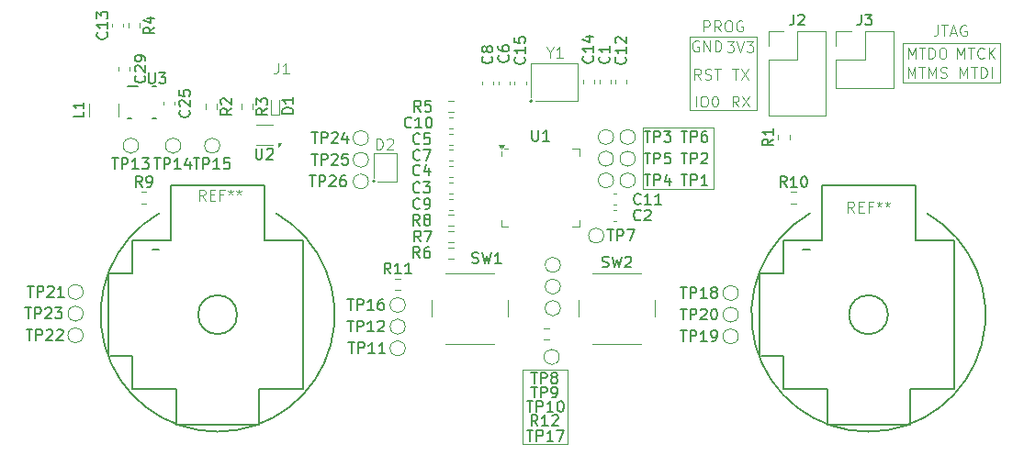
<source format=gbr>
%TF.GenerationSoftware,KiCad,Pcbnew,9.0.2-9.0.2-0~ubuntu24.04.1*%
%TF.CreationDate,2025-05-22T11:35:47-04:00*%
%TF.ProjectId,drone_sim_controler,64726f6e-655f-4736-996d-5f636f6e7472,rev?*%
%TF.SameCoordinates,Original*%
%TF.FileFunction,Legend,Top*%
%TF.FilePolarity,Positive*%
%FSLAX46Y46*%
G04 Gerber Fmt 4.6, Leading zero omitted, Abs format (unit mm)*
G04 Created by KiCad (PCBNEW 9.0.2-9.0.2-0~ubuntu24.04.1) date 2025-05-22 11:35:47*
%MOMM*%
%LPD*%
G01*
G04 APERTURE LIST*
%ADD10C,0.100000*%
%ADD11C,0.150000*%
%ADD12C,0.120000*%
%ADD13C,0.200000*%
%ADD14C,0.127000*%
%ADD15C,0.191421*%
G04 APERTURE END LIST*
D10*
X94850000Y-153500000D02*
X98950000Y-153500000D01*
X98950000Y-160300000D01*
X94850000Y-160300000D01*
X94850000Y-153500000D01*
X129900000Y-123300000D02*
X138800000Y-123300000D01*
X138800000Y-127000000D01*
X129900000Y-127000000D01*
X129900000Y-123300000D01*
X105900000Y-131100000D02*
X112400000Y-131100000D01*
X112400000Y-136800000D01*
X105900000Y-136800000D01*
X105900000Y-131100000D01*
X110200000Y-122700000D02*
X116400000Y-122700000D01*
X116400000Y-129500000D01*
X110200000Y-129500000D01*
X110200000Y-122700000D01*
X114733333Y-129212419D02*
X114400000Y-128736228D01*
X114161905Y-129212419D02*
X114161905Y-128212419D01*
X114161905Y-128212419D02*
X114542857Y-128212419D01*
X114542857Y-128212419D02*
X114638095Y-128260038D01*
X114638095Y-128260038D02*
X114685714Y-128307657D01*
X114685714Y-128307657D02*
X114733333Y-128402895D01*
X114733333Y-128402895D02*
X114733333Y-128545752D01*
X114733333Y-128545752D02*
X114685714Y-128640990D01*
X114685714Y-128640990D02*
X114638095Y-128688609D01*
X114638095Y-128688609D02*
X114542857Y-128736228D01*
X114542857Y-128736228D02*
X114161905Y-128736228D01*
X115066667Y-128212419D02*
X115733333Y-129212419D01*
X115733333Y-128212419D02*
X115066667Y-129212419D01*
X113661905Y-123157419D02*
X114280952Y-123157419D01*
X114280952Y-123157419D02*
X113947619Y-123538371D01*
X113947619Y-123538371D02*
X114090476Y-123538371D01*
X114090476Y-123538371D02*
X114185714Y-123585990D01*
X114185714Y-123585990D02*
X114233333Y-123633609D01*
X114233333Y-123633609D02*
X114280952Y-123728847D01*
X114280952Y-123728847D02*
X114280952Y-123966942D01*
X114280952Y-123966942D02*
X114233333Y-124062180D01*
X114233333Y-124062180D02*
X114185714Y-124109800D01*
X114185714Y-124109800D02*
X114090476Y-124157419D01*
X114090476Y-124157419D02*
X113804762Y-124157419D01*
X113804762Y-124157419D02*
X113709524Y-124109800D01*
X113709524Y-124109800D02*
X113661905Y-124062180D01*
X114566667Y-123157419D02*
X114900000Y-124157419D01*
X114900000Y-124157419D02*
X115233333Y-123157419D01*
X115471429Y-123157419D02*
X116090476Y-123157419D01*
X116090476Y-123157419D02*
X115757143Y-123538371D01*
X115757143Y-123538371D02*
X115900000Y-123538371D01*
X115900000Y-123538371D02*
X115995238Y-123585990D01*
X115995238Y-123585990D02*
X116042857Y-123633609D01*
X116042857Y-123633609D02*
X116090476Y-123728847D01*
X116090476Y-123728847D02*
X116090476Y-123966942D01*
X116090476Y-123966942D02*
X116042857Y-124062180D01*
X116042857Y-124062180D02*
X115995238Y-124109800D01*
X115995238Y-124109800D02*
X115900000Y-124157419D01*
X115900000Y-124157419D02*
X115614286Y-124157419D01*
X115614286Y-124157419D02*
X115519048Y-124109800D01*
X115519048Y-124109800D02*
X115471429Y-124062180D01*
X130338095Y-126557419D02*
X130338095Y-125557419D01*
X130338095Y-125557419D02*
X130671428Y-126271704D01*
X130671428Y-126271704D02*
X131004761Y-125557419D01*
X131004761Y-125557419D02*
X131004761Y-126557419D01*
X131338095Y-125557419D02*
X131909523Y-125557419D01*
X131623809Y-126557419D02*
X131623809Y-125557419D01*
X132242857Y-126557419D02*
X132242857Y-125557419D01*
X132242857Y-125557419D02*
X132576190Y-126271704D01*
X132576190Y-126271704D02*
X132909523Y-125557419D01*
X132909523Y-125557419D02*
X132909523Y-126557419D01*
X133338095Y-126509800D02*
X133480952Y-126557419D01*
X133480952Y-126557419D02*
X133719047Y-126557419D01*
X133719047Y-126557419D02*
X133814285Y-126509800D01*
X133814285Y-126509800D02*
X133861904Y-126462180D01*
X133861904Y-126462180D02*
X133909523Y-126366942D01*
X133909523Y-126366942D02*
X133909523Y-126271704D01*
X133909523Y-126271704D02*
X133861904Y-126176466D01*
X133861904Y-126176466D02*
X133814285Y-126128847D01*
X133814285Y-126128847D02*
X133719047Y-126081228D01*
X133719047Y-126081228D02*
X133528571Y-126033609D01*
X133528571Y-126033609D02*
X133433333Y-125985990D01*
X133433333Y-125985990D02*
X133385714Y-125938371D01*
X133385714Y-125938371D02*
X133338095Y-125843133D01*
X133338095Y-125843133D02*
X133338095Y-125747895D01*
X133338095Y-125747895D02*
X133385714Y-125652657D01*
X133385714Y-125652657D02*
X133433333Y-125605038D01*
X133433333Y-125605038D02*
X133528571Y-125557419D01*
X133528571Y-125557419D02*
X133766666Y-125557419D01*
X133766666Y-125557419D02*
X133909523Y-125605038D01*
X111514286Y-122257419D02*
X111514286Y-121257419D01*
X111514286Y-121257419D02*
X111895238Y-121257419D01*
X111895238Y-121257419D02*
X111990476Y-121305038D01*
X111990476Y-121305038D02*
X112038095Y-121352657D01*
X112038095Y-121352657D02*
X112085714Y-121447895D01*
X112085714Y-121447895D02*
X112085714Y-121590752D01*
X112085714Y-121590752D02*
X112038095Y-121685990D01*
X112038095Y-121685990D02*
X111990476Y-121733609D01*
X111990476Y-121733609D02*
X111895238Y-121781228D01*
X111895238Y-121781228D02*
X111514286Y-121781228D01*
X113085714Y-122257419D02*
X112752381Y-121781228D01*
X112514286Y-122257419D02*
X112514286Y-121257419D01*
X112514286Y-121257419D02*
X112895238Y-121257419D01*
X112895238Y-121257419D02*
X112990476Y-121305038D01*
X112990476Y-121305038D02*
X113038095Y-121352657D01*
X113038095Y-121352657D02*
X113085714Y-121447895D01*
X113085714Y-121447895D02*
X113085714Y-121590752D01*
X113085714Y-121590752D02*
X113038095Y-121685990D01*
X113038095Y-121685990D02*
X112990476Y-121733609D01*
X112990476Y-121733609D02*
X112895238Y-121781228D01*
X112895238Y-121781228D02*
X112514286Y-121781228D01*
X113704762Y-121257419D02*
X113895238Y-121257419D01*
X113895238Y-121257419D02*
X113990476Y-121305038D01*
X113990476Y-121305038D02*
X114085714Y-121400276D01*
X114085714Y-121400276D02*
X114133333Y-121590752D01*
X114133333Y-121590752D02*
X114133333Y-121924085D01*
X114133333Y-121924085D02*
X114085714Y-122114561D01*
X114085714Y-122114561D02*
X113990476Y-122209800D01*
X113990476Y-122209800D02*
X113895238Y-122257419D01*
X113895238Y-122257419D02*
X113704762Y-122257419D01*
X113704762Y-122257419D02*
X113609524Y-122209800D01*
X113609524Y-122209800D02*
X113514286Y-122114561D01*
X113514286Y-122114561D02*
X113466667Y-121924085D01*
X113466667Y-121924085D02*
X113466667Y-121590752D01*
X113466667Y-121590752D02*
X113514286Y-121400276D01*
X113514286Y-121400276D02*
X113609524Y-121305038D01*
X113609524Y-121305038D02*
X113704762Y-121257419D01*
X115085714Y-121305038D02*
X114990476Y-121257419D01*
X114990476Y-121257419D02*
X114847619Y-121257419D01*
X114847619Y-121257419D02*
X114704762Y-121305038D01*
X114704762Y-121305038D02*
X114609524Y-121400276D01*
X114609524Y-121400276D02*
X114561905Y-121495514D01*
X114561905Y-121495514D02*
X114514286Y-121685990D01*
X114514286Y-121685990D02*
X114514286Y-121828847D01*
X114514286Y-121828847D02*
X114561905Y-122019323D01*
X114561905Y-122019323D02*
X114609524Y-122114561D01*
X114609524Y-122114561D02*
X114704762Y-122209800D01*
X114704762Y-122209800D02*
X114847619Y-122257419D01*
X114847619Y-122257419D02*
X114942857Y-122257419D01*
X114942857Y-122257419D02*
X115085714Y-122209800D01*
X115085714Y-122209800D02*
X115133333Y-122162180D01*
X115133333Y-122162180D02*
X115133333Y-121828847D01*
X115133333Y-121828847D02*
X114942857Y-121828847D01*
X135147619Y-126557419D02*
X135147619Y-125557419D01*
X135147619Y-125557419D02*
X135480952Y-126271704D01*
X135480952Y-126271704D02*
X135814285Y-125557419D01*
X135814285Y-125557419D02*
X135814285Y-126557419D01*
X136147619Y-125557419D02*
X136719047Y-125557419D01*
X136433333Y-126557419D02*
X136433333Y-125557419D01*
X137052381Y-126557419D02*
X137052381Y-125557419D01*
X137052381Y-125557419D02*
X137290476Y-125557419D01*
X137290476Y-125557419D02*
X137433333Y-125605038D01*
X137433333Y-125605038D02*
X137528571Y-125700276D01*
X137528571Y-125700276D02*
X137576190Y-125795514D01*
X137576190Y-125795514D02*
X137623809Y-125985990D01*
X137623809Y-125985990D02*
X137623809Y-126128847D01*
X137623809Y-126128847D02*
X137576190Y-126319323D01*
X137576190Y-126319323D02*
X137528571Y-126414561D01*
X137528571Y-126414561D02*
X137433333Y-126509800D01*
X137433333Y-126509800D02*
X137290476Y-126557419D01*
X137290476Y-126557419D02*
X137052381Y-126557419D01*
X138052381Y-126557419D02*
X138052381Y-125557419D01*
X111252380Y-126712419D02*
X110919047Y-126236228D01*
X110680952Y-126712419D02*
X110680952Y-125712419D01*
X110680952Y-125712419D02*
X111061904Y-125712419D01*
X111061904Y-125712419D02*
X111157142Y-125760038D01*
X111157142Y-125760038D02*
X111204761Y-125807657D01*
X111204761Y-125807657D02*
X111252380Y-125902895D01*
X111252380Y-125902895D02*
X111252380Y-126045752D01*
X111252380Y-126045752D02*
X111204761Y-126140990D01*
X111204761Y-126140990D02*
X111157142Y-126188609D01*
X111157142Y-126188609D02*
X111061904Y-126236228D01*
X111061904Y-126236228D02*
X110680952Y-126236228D01*
X111633333Y-126664800D02*
X111776190Y-126712419D01*
X111776190Y-126712419D02*
X112014285Y-126712419D01*
X112014285Y-126712419D02*
X112109523Y-126664800D01*
X112109523Y-126664800D02*
X112157142Y-126617180D01*
X112157142Y-126617180D02*
X112204761Y-126521942D01*
X112204761Y-126521942D02*
X112204761Y-126426704D01*
X112204761Y-126426704D02*
X112157142Y-126331466D01*
X112157142Y-126331466D02*
X112109523Y-126283847D01*
X112109523Y-126283847D02*
X112014285Y-126236228D01*
X112014285Y-126236228D02*
X111823809Y-126188609D01*
X111823809Y-126188609D02*
X111728571Y-126140990D01*
X111728571Y-126140990D02*
X111680952Y-126093371D01*
X111680952Y-126093371D02*
X111633333Y-125998133D01*
X111633333Y-125998133D02*
X111633333Y-125902895D01*
X111633333Y-125902895D02*
X111680952Y-125807657D01*
X111680952Y-125807657D02*
X111728571Y-125760038D01*
X111728571Y-125760038D02*
X111823809Y-125712419D01*
X111823809Y-125712419D02*
X112061904Y-125712419D01*
X112061904Y-125712419D02*
X112204761Y-125760038D01*
X112490476Y-125712419D02*
X113061904Y-125712419D01*
X112776190Y-126712419D02*
X112776190Y-125712419D01*
X110800000Y-129212419D02*
X110800000Y-128212419D01*
X111466666Y-128212419D02*
X111657142Y-128212419D01*
X111657142Y-128212419D02*
X111752380Y-128260038D01*
X111752380Y-128260038D02*
X111847618Y-128355276D01*
X111847618Y-128355276D02*
X111895237Y-128545752D01*
X111895237Y-128545752D02*
X111895237Y-128879085D01*
X111895237Y-128879085D02*
X111847618Y-129069561D01*
X111847618Y-129069561D02*
X111752380Y-129164800D01*
X111752380Y-129164800D02*
X111657142Y-129212419D01*
X111657142Y-129212419D02*
X111466666Y-129212419D01*
X111466666Y-129212419D02*
X111371428Y-129164800D01*
X111371428Y-129164800D02*
X111276190Y-129069561D01*
X111276190Y-129069561D02*
X111228571Y-128879085D01*
X111228571Y-128879085D02*
X111228571Y-128545752D01*
X111228571Y-128545752D02*
X111276190Y-128355276D01*
X111276190Y-128355276D02*
X111371428Y-128260038D01*
X111371428Y-128260038D02*
X111466666Y-128212419D01*
X112514285Y-128212419D02*
X112609523Y-128212419D01*
X112609523Y-128212419D02*
X112704761Y-128260038D01*
X112704761Y-128260038D02*
X112752380Y-128307657D01*
X112752380Y-128307657D02*
X112799999Y-128402895D01*
X112799999Y-128402895D02*
X112847618Y-128593371D01*
X112847618Y-128593371D02*
X112847618Y-128831466D01*
X112847618Y-128831466D02*
X112799999Y-129021942D01*
X112799999Y-129021942D02*
X112752380Y-129117180D01*
X112752380Y-129117180D02*
X112704761Y-129164800D01*
X112704761Y-129164800D02*
X112609523Y-129212419D01*
X112609523Y-129212419D02*
X112514285Y-129212419D01*
X112514285Y-129212419D02*
X112419047Y-129164800D01*
X112419047Y-129164800D02*
X112371428Y-129117180D01*
X112371428Y-129117180D02*
X112323809Y-129021942D01*
X112323809Y-129021942D02*
X112276190Y-128831466D01*
X112276190Y-128831466D02*
X112276190Y-128593371D01*
X112276190Y-128593371D02*
X112323809Y-128402895D01*
X112323809Y-128402895D02*
X112371428Y-128307657D01*
X112371428Y-128307657D02*
X112419047Y-128260038D01*
X112419047Y-128260038D02*
X112514285Y-128212419D01*
X133089598Y-121672419D02*
X133089598Y-122386704D01*
X133089598Y-122386704D02*
X133041979Y-122529561D01*
X133041979Y-122529561D02*
X132946741Y-122624800D01*
X132946741Y-122624800D02*
X132803884Y-122672419D01*
X132803884Y-122672419D02*
X132708646Y-122672419D01*
X133422932Y-121672419D02*
X133994360Y-121672419D01*
X133708646Y-122672419D02*
X133708646Y-121672419D01*
X134280075Y-122386704D02*
X134756265Y-122386704D01*
X134184837Y-122672419D02*
X134518170Y-121672419D01*
X134518170Y-121672419D02*
X134851503Y-122672419D01*
X135708646Y-121720038D02*
X135613408Y-121672419D01*
X135613408Y-121672419D02*
X135470551Y-121672419D01*
X135470551Y-121672419D02*
X135327694Y-121720038D01*
X135327694Y-121720038D02*
X135232456Y-121815276D01*
X135232456Y-121815276D02*
X135184837Y-121910514D01*
X135184837Y-121910514D02*
X135137218Y-122100990D01*
X135137218Y-122100990D02*
X135137218Y-122243847D01*
X135137218Y-122243847D02*
X135184837Y-122434323D01*
X135184837Y-122434323D02*
X135232456Y-122529561D01*
X135232456Y-122529561D02*
X135327694Y-122624800D01*
X135327694Y-122624800D02*
X135470551Y-122672419D01*
X135470551Y-122672419D02*
X135565789Y-122672419D01*
X135565789Y-122672419D02*
X135708646Y-122624800D01*
X135708646Y-122624800D02*
X135756265Y-122577180D01*
X135756265Y-122577180D02*
X135756265Y-122243847D01*
X135756265Y-122243847D02*
X135565789Y-122243847D01*
X114138095Y-125712419D02*
X114709523Y-125712419D01*
X114423809Y-126712419D02*
X114423809Y-125712419D01*
X114947619Y-125712419D02*
X115614285Y-126712419D01*
X115614285Y-125712419D02*
X114947619Y-126712419D01*
X111038095Y-123160038D02*
X110942857Y-123112419D01*
X110942857Y-123112419D02*
X110800000Y-123112419D01*
X110800000Y-123112419D02*
X110657143Y-123160038D01*
X110657143Y-123160038D02*
X110561905Y-123255276D01*
X110561905Y-123255276D02*
X110514286Y-123350514D01*
X110514286Y-123350514D02*
X110466667Y-123540990D01*
X110466667Y-123540990D02*
X110466667Y-123683847D01*
X110466667Y-123683847D02*
X110514286Y-123874323D01*
X110514286Y-123874323D02*
X110561905Y-123969561D01*
X110561905Y-123969561D02*
X110657143Y-124064800D01*
X110657143Y-124064800D02*
X110800000Y-124112419D01*
X110800000Y-124112419D02*
X110895238Y-124112419D01*
X110895238Y-124112419D02*
X111038095Y-124064800D01*
X111038095Y-124064800D02*
X111085714Y-124017180D01*
X111085714Y-124017180D02*
X111085714Y-123683847D01*
X111085714Y-123683847D02*
X110895238Y-123683847D01*
X111514286Y-124112419D02*
X111514286Y-123112419D01*
X111514286Y-123112419D02*
X112085714Y-124112419D01*
X112085714Y-124112419D02*
X112085714Y-123112419D01*
X112561905Y-124112419D02*
X112561905Y-123112419D01*
X112561905Y-123112419D02*
X112800000Y-123112419D01*
X112800000Y-123112419D02*
X112942857Y-123160038D01*
X112942857Y-123160038D02*
X113038095Y-123255276D01*
X113038095Y-123255276D02*
X113085714Y-123350514D01*
X113085714Y-123350514D02*
X113133333Y-123540990D01*
X113133333Y-123540990D02*
X113133333Y-123683847D01*
X113133333Y-123683847D02*
X113085714Y-123874323D01*
X113085714Y-123874323D02*
X113038095Y-123969561D01*
X113038095Y-123969561D02*
X112942857Y-124064800D01*
X112942857Y-124064800D02*
X112800000Y-124112419D01*
X112800000Y-124112419D02*
X112561905Y-124112419D01*
X134885714Y-124757419D02*
X134885714Y-123757419D01*
X134885714Y-123757419D02*
X135219047Y-124471704D01*
X135219047Y-124471704D02*
X135552380Y-123757419D01*
X135552380Y-123757419D02*
X135552380Y-124757419D01*
X135885714Y-123757419D02*
X136457142Y-123757419D01*
X136171428Y-124757419D02*
X136171428Y-123757419D01*
X137361904Y-124662180D02*
X137314285Y-124709800D01*
X137314285Y-124709800D02*
X137171428Y-124757419D01*
X137171428Y-124757419D02*
X137076190Y-124757419D01*
X137076190Y-124757419D02*
X136933333Y-124709800D01*
X136933333Y-124709800D02*
X136838095Y-124614561D01*
X136838095Y-124614561D02*
X136790476Y-124519323D01*
X136790476Y-124519323D02*
X136742857Y-124328847D01*
X136742857Y-124328847D02*
X136742857Y-124185990D01*
X136742857Y-124185990D02*
X136790476Y-123995514D01*
X136790476Y-123995514D02*
X136838095Y-123900276D01*
X136838095Y-123900276D02*
X136933333Y-123805038D01*
X136933333Y-123805038D02*
X137076190Y-123757419D01*
X137076190Y-123757419D02*
X137171428Y-123757419D01*
X137171428Y-123757419D02*
X137314285Y-123805038D01*
X137314285Y-123805038D02*
X137361904Y-123852657D01*
X137790476Y-124757419D02*
X137790476Y-123757419D01*
X138361904Y-124757419D02*
X137933333Y-124185990D01*
X138361904Y-123757419D02*
X137790476Y-124328847D01*
X130361905Y-124757419D02*
X130361905Y-123757419D01*
X130361905Y-123757419D02*
X130695238Y-124471704D01*
X130695238Y-124471704D02*
X131028571Y-123757419D01*
X131028571Y-123757419D02*
X131028571Y-124757419D01*
X131361905Y-123757419D02*
X131933333Y-123757419D01*
X131647619Y-124757419D02*
X131647619Y-123757419D01*
X132266667Y-124757419D02*
X132266667Y-123757419D01*
X132266667Y-123757419D02*
X132504762Y-123757419D01*
X132504762Y-123757419D02*
X132647619Y-123805038D01*
X132647619Y-123805038D02*
X132742857Y-123900276D01*
X132742857Y-123900276D02*
X132790476Y-123995514D01*
X132790476Y-123995514D02*
X132838095Y-124185990D01*
X132838095Y-124185990D02*
X132838095Y-124328847D01*
X132838095Y-124328847D02*
X132790476Y-124519323D01*
X132790476Y-124519323D02*
X132742857Y-124614561D01*
X132742857Y-124614561D02*
X132647619Y-124709800D01*
X132647619Y-124709800D02*
X132504762Y-124757419D01*
X132504762Y-124757419D02*
X132266667Y-124757419D01*
X133457143Y-123757419D02*
X133647619Y-123757419D01*
X133647619Y-123757419D02*
X133742857Y-123805038D01*
X133742857Y-123805038D02*
X133838095Y-123900276D01*
X133838095Y-123900276D02*
X133885714Y-124090752D01*
X133885714Y-124090752D02*
X133885714Y-124424085D01*
X133885714Y-124424085D02*
X133838095Y-124614561D01*
X133838095Y-124614561D02*
X133742857Y-124709800D01*
X133742857Y-124709800D02*
X133647619Y-124757419D01*
X133647619Y-124757419D02*
X133457143Y-124757419D01*
X133457143Y-124757419D02*
X133361905Y-124709800D01*
X133361905Y-124709800D02*
X133266667Y-124614561D01*
X133266667Y-124614561D02*
X133219048Y-124424085D01*
X133219048Y-124424085D02*
X133219048Y-124090752D01*
X133219048Y-124090752D02*
X133266667Y-123900276D01*
X133266667Y-123900276D02*
X133361905Y-123805038D01*
X133361905Y-123805038D02*
X133457143Y-123757419D01*
D11*
X85333333Y-132559580D02*
X85285714Y-132607200D01*
X85285714Y-132607200D02*
X85142857Y-132654819D01*
X85142857Y-132654819D02*
X85047619Y-132654819D01*
X85047619Y-132654819D02*
X84904762Y-132607200D01*
X84904762Y-132607200D02*
X84809524Y-132511961D01*
X84809524Y-132511961D02*
X84761905Y-132416723D01*
X84761905Y-132416723D02*
X84714286Y-132226247D01*
X84714286Y-132226247D02*
X84714286Y-132083390D01*
X84714286Y-132083390D02*
X84761905Y-131892914D01*
X84761905Y-131892914D02*
X84809524Y-131797676D01*
X84809524Y-131797676D02*
X84904762Y-131702438D01*
X84904762Y-131702438D02*
X85047619Y-131654819D01*
X85047619Y-131654819D02*
X85142857Y-131654819D01*
X85142857Y-131654819D02*
X85285714Y-131702438D01*
X85285714Y-131702438D02*
X85333333Y-131750057D01*
X86238095Y-131654819D02*
X85761905Y-131654819D01*
X85761905Y-131654819D02*
X85714286Y-132131009D01*
X85714286Y-132131009D02*
X85761905Y-132083390D01*
X85761905Y-132083390D02*
X85857143Y-132035771D01*
X85857143Y-132035771D02*
X86095238Y-132035771D01*
X86095238Y-132035771D02*
X86190476Y-132083390D01*
X86190476Y-132083390D02*
X86238095Y-132131009D01*
X86238095Y-132131009D02*
X86285714Y-132226247D01*
X86285714Y-132226247D02*
X86285714Y-132464342D01*
X86285714Y-132464342D02*
X86238095Y-132559580D01*
X86238095Y-132559580D02*
X86190476Y-132607200D01*
X86190476Y-132607200D02*
X86095238Y-132654819D01*
X86095238Y-132654819D02*
X85857143Y-132654819D01*
X85857143Y-132654819D02*
X85761905Y-132607200D01*
X85761905Y-132607200D02*
X85714286Y-132559580D01*
X95588095Y-153754819D02*
X96159523Y-153754819D01*
X95873809Y-154754819D02*
X95873809Y-153754819D01*
X96492857Y-154754819D02*
X96492857Y-153754819D01*
X96492857Y-153754819D02*
X96873809Y-153754819D01*
X96873809Y-153754819D02*
X96969047Y-153802438D01*
X96969047Y-153802438D02*
X97016666Y-153850057D01*
X97016666Y-153850057D02*
X97064285Y-153945295D01*
X97064285Y-153945295D02*
X97064285Y-154088152D01*
X97064285Y-154088152D02*
X97016666Y-154183390D01*
X97016666Y-154183390D02*
X96969047Y-154231009D01*
X96969047Y-154231009D02*
X96873809Y-154278628D01*
X96873809Y-154278628D02*
X96492857Y-154278628D01*
X97635714Y-154183390D02*
X97540476Y-154135771D01*
X97540476Y-154135771D02*
X97492857Y-154088152D01*
X97492857Y-154088152D02*
X97445238Y-153992914D01*
X97445238Y-153992914D02*
X97445238Y-153945295D01*
X97445238Y-153945295D02*
X97492857Y-153850057D01*
X97492857Y-153850057D02*
X97540476Y-153802438D01*
X97540476Y-153802438D02*
X97635714Y-153754819D01*
X97635714Y-153754819D02*
X97826190Y-153754819D01*
X97826190Y-153754819D02*
X97921428Y-153802438D01*
X97921428Y-153802438D02*
X97969047Y-153850057D01*
X97969047Y-153850057D02*
X98016666Y-153945295D01*
X98016666Y-153945295D02*
X98016666Y-153992914D01*
X98016666Y-153992914D02*
X97969047Y-154088152D01*
X97969047Y-154088152D02*
X97921428Y-154135771D01*
X97921428Y-154135771D02*
X97826190Y-154183390D01*
X97826190Y-154183390D02*
X97635714Y-154183390D01*
X97635714Y-154183390D02*
X97540476Y-154231009D01*
X97540476Y-154231009D02*
X97492857Y-154278628D01*
X97492857Y-154278628D02*
X97445238Y-154373866D01*
X97445238Y-154373866D02*
X97445238Y-154564342D01*
X97445238Y-154564342D02*
X97492857Y-154659580D01*
X97492857Y-154659580D02*
X97540476Y-154707200D01*
X97540476Y-154707200D02*
X97635714Y-154754819D01*
X97635714Y-154754819D02*
X97826190Y-154754819D01*
X97826190Y-154754819D02*
X97921428Y-154707200D01*
X97921428Y-154707200D02*
X97969047Y-154659580D01*
X97969047Y-154659580D02*
X98016666Y-154564342D01*
X98016666Y-154564342D02*
X98016666Y-154373866D01*
X98016666Y-154373866D02*
X97969047Y-154278628D01*
X97969047Y-154278628D02*
X97921428Y-154231009D01*
X97921428Y-154231009D02*
X97826190Y-154183390D01*
X85433333Y-141654819D02*
X85100000Y-141178628D01*
X84861905Y-141654819D02*
X84861905Y-140654819D01*
X84861905Y-140654819D02*
X85242857Y-140654819D01*
X85242857Y-140654819D02*
X85338095Y-140702438D01*
X85338095Y-140702438D02*
X85385714Y-140750057D01*
X85385714Y-140750057D02*
X85433333Y-140845295D01*
X85433333Y-140845295D02*
X85433333Y-140988152D01*
X85433333Y-140988152D02*
X85385714Y-141083390D01*
X85385714Y-141083390D02*
X85338095Y-141131009D01*
X85338095Y-141131009D02*
X85242857Y-141178628D01*
X85242857Y-141178628D02*
X84861905Y-141178628D01*
X85766667Y-140654819D02*
X86433333Y-140654819D01*
X86433333Y-140654819D02*
X86004762Y-141654819D01*
X85333333Y-135459580D02*
X85285714Y-135507200D01*
X85285714Y-135507200D02*
X85142857Y-135554819D01*
X85142857Y-135554819D02*
X85047619Y-135554819D01*
X85047619Y-135554819D02*
X84904762Y-135507200D01*
X84904762Y-135507200D02*
X84809524Y-135411961D01*
X84809524Y-135411961D02*
X84761905Y-135316723D01*
X84761905Y-135316723D02*
X84714286Y-135126247D01*
X84714286Y-135126247D02*
X84714286Y-134983390D01*
X84714286Y-134983390D02*
X84761905Y-134792914D01*
X84761905Y-134792914D02*
X84809524Y-134697676D01*
X84809524Y-134697676D02*
X84904762Y-134602438D01*
X84904762Y-134602438D02*
X85047619Y-134554819D01*
X85047619Y-134554819D02*
X85142857Y-134554819D01*
X85142857Y-134554819D02*
X85285714Y-134602438D01*
X85285714Y-134602438D02*
X85333333Y-134650057D01*
X86190476Y-134888152D02*
X86190476Y-135554819D01*
X85952381Y-134507200D02*
X85714286Y-135221485D01*
X85714286Y-135221485D02*
X86333333Y-135221485D01*
X59959580Y-126342857D02*
X60007200Y-126390476D01*
X60007200Y-126390476D02*
X60054819Y-126533333D01*
X60054819Y-126533333D02*
X60054819Y-126628571D01*
X60054819Y-126628571D02*
X60007200Y-126771428D01*
X60007200Y-126771428D02*
X59911961Y-126866666D01*
X59911961Y-126866666D02*
X59816723Y-126914285D01*
X59816723Y-126914285D02*
X59626247Y-126961904D01*
X59626247Y-126961904D02*
X59483390Y-126961904D01*
X59483390Y-126961904D02*
X59292914Y-126914285D01*
X59292914Y-126914285D02*
X59197676Y-126866666D01*
X59197676Y-126866666D02*
X59102438Y-126771428D01*
X59102438Y-126771428D02*
X59054819Y-126628571D01*
X59054819Y-126628571D02*
X59054819Y-126533333D01*
X59054819Y-126533333D02*
X59102438Y-126390476D01*
X59102438Y-126390476D02*
X59150057Y-126342857D01*
X59150057Y-125961904D02*
X59102438Y-125914285D01*
X59102438Y-125914285D02*
X59054819Y-125819047D01*
X59054819Y-125819047D02*
X59054819Y-125580952D01*
X59054819Y-125580952D02*
X59102438Y-125485714D01*
X59102438Y-125485714D02*
X59150057Y-125438095D01*
X59150057Y-125438095D02*
X59245295Y-125390476D01*
X59245295Y-125390476D02*
X59340533Y-125390476D01*
X59340533Y-125390476D02*
X59483390Y-125438095D01*
X59483390Y-125438095D02*
X60054819Y-126009523D01*
X60054819Y-126009523D02*
X60054819Y-125390476D01*
X60054819Y-124914285D02*
X60054819Y-124723809D01*
X60054819Y-124723809D02*
X60007200Y-124628571D01*
X60007200Y-124628571D02*
X59959580Y-124580952D01*
X59959580Y-124580952D02*
X59816723Y-124485714D01*
X59816723Y-124485714D02*
X59626247Y-124438095D01*
X59626247Y-124438095D02*
X59245295Y-124438095D01*
X59245295Y-124438095D02*
X59150057Y-124485714D01*
X59150057Y-124485714D02*
X59102438Y-124533333D01*
X59102438Y-124533333D02*
X59054819Y-124628571D01*
X59054819Y-124628571D02*
X59054819Y-124819047D01*
X59054819Y-124819047D02*
X59102438Y-124914285D01*
X59102438Y-124914285D02*
X59150057Y-124961904D01*
X59150057Y-124961904D02*
X59245295Y-125009523D01*
X59245295Y-125009523D02*
X59483390Y-125009523D01*
X59483390Y-125009523D02*
X59578628Y-124961904D01*
X59578628Y-124961904D02*
X59626247Y-124914285D01*
X59626247Y-124914285D02*
X59673866Y-124819047D01*
X59673866Y-124819047D02*
X59673866Y-124628571D01*
X59673866Y-124628571D02*
X59626247Y-124533333D01*
X59626247Y-124533333D02*
X59578628Y-124485714D01*
X59578628Y-124485714D02*
X59483390Y-124438095D01*
X106038095Y-135454819D02*
X106609523Y-135454819D01*
X106323809Y-136454819D02*
X106323809Y-135454819D01*
X106942857Y-136454819D02*
X106942857Y-135454819D01*
X106942857Y-135454819D02*
X107323809Y-135454819D01*
X107323809Y-135454819D02*
X107419047Y-135502438D01*
X107419047Y-135502438D02*
X107466666Y-135550057D01*
X107466666Y-135550057D02*
X107514285Y-135645295D01*
X107514285Y-135645295D02*
X107514285Y-135788152D01*
X107514285Y-135788152D02*
X107466666Y-135883390D01*
X107466666Y-135883390D02*
X107419047Y-135931009D01*
X107419047Y-135931009D02*
X107323809Y-135978628D01*
X107323809Y-135978628D02*
X106942857Y-135978628D01*
X108371428Y-135788152D02*
X108371428Y-136454819D01*
X108133333Y-135407200D02*
X107895238Y-136121485D01*
X107895238Y-136121485D02*
X108514285Y-136121485D01*
X109438095Y-135454819D02*
X110009523Y-135454819D01*
X109723809Y-136454819D02*
X109723809Y-135454819D01*
X110342857Y-136454819D02*
X110342857Y-135454819D01*
X110342857Y-135454819D02*
X110723809Y-135454819D01*
X110723809Y-135454819D02*
X110819047Y-135502438D01*
X110819047Y-135502438D02*
X110866666Y-135550057D01*
X110866666Y-135550057D02*
X110914285Y-135645295D01*
X110914285Y-135645295D02*
X110914285Y-135788152D01*
X110914285Y-135788152D02*
X110866666Y-135883390D01*
X110866666Y-135883390D02*
X110819047Y-135931009D01*
X110819047Y-135931009D02*
X110723809Y-135978628D01*
X110723809Y-135978628D02*
X110342857Y-135978628D01*
X111866666Y-136454819D02*
X111295238Y-136454819D01*
X111580952Y-136454819D02*
X111580952Y-135454819D01*
X111580952Y-135454819D02*
X111485714Y-135597676D01*
X111485714Y-135597676D02*
X111390476Y-135692914D01*
X111390476Y-135692914D02*
X111295238Y-135740533D01*
X85333333Y-134059580D02*
X85285714Y-134107200D01*
X85285714Y-134107200D02*
X85142857Y-134154819D01*
X85142857Y-134154819D02*
X85047619Y-134154819D01*
X85047619Y-134154819D02*
X84904762Y-134107200D01*
X84904762Y-134107200D02*
X84809524Y-134011961D01*
X84809524Y-134011961D02*
X84761905Y-133916723D01*
X84761905Y-133916723D02*
X84714286Y-133726247D01*
X84714286Y-133726247D02*
X84714286Y-133583390D01*
X84714286Y-133583390D02*
X84761905Y-133392914D01*
X84761905Y-133392914D02*
X84809524Y-133297676D01*
X84809524Y-133297676D02*
X84904762Y-133202438D01*
X84904762Y-133202438D02*
X85047619Y-133154819D01*
X85047619Y-133154819D02*
X85142857Y-133154819D01*
X85142857Y-133154819D02*
X85285714Y-133202438D01*
X85285714Y-133202438D02*
X85333333Y-133250057D01*
X85666667Y-133154819D02*
X86333333Y-133154819D01*
X86333333Y-133154819D02*
X85904762Y-134154819D01*
X109361905Y-145854819D02*
X109933333Y-145854819D01*
X109647619Y-146854819D02*
X109647619Y-145854819D01*
X110266667Y-146854819D02*
X110266667Y-145854819D01*
X110266667Y-145854819D02*
X110647619Y-145854819D01*
X110647619Y-145854819D02*
X110742857Y-145902438D01*
X110742857Y-145902438D02*
X110790476Y-145950057D01*
X110790476Y-145950057D02*
X110838095Y-146045295D01*
X110838095Y-146045295D02*
X110838095Y-146188152D01*
X110838095Y-146188152D02*
X110790476Y-146283390D01*
X110790476Y-146283390D02*
X110742857Y-146331009D01*
X110742857Y-146331009D02*
X110647619Y-146378628D01*
X110647619Y-146378628D02*
X110266667Y-146378628D01*
X111790476Y-146854819D02*
X111219048Y-146854819D01*
X111504762Y-146854819D02*
X111504762Y-145854819D01*
X111504762Y-145854819D02*
X111409524Y-145997676D01*
X111409524Y-145997676D02*
X111314286Y-146092914D01*
X111314286Y-146092914D02*
X111219048Y-146140533D01*
X112361905Y-146283390D02*
X112266667Y-146235771D01*
X112266667Y-146235771D02*
X112219048Y-146188152D01*
X112219048Y-146188152D02*
X112171429Y-146092914D01*
X112171429Y-146092914D02*
X112171429Y-146045295D01*
X112171429Y-146045295D02*
X112219048Y-145950057D01*
X112219048Y-145950057D02*
X112266667Y-145902438D01*
X112266667Y-145902438D02*
X112361905Y-145854819D01*
X112361905Y-145854819D02*
X112552381Y-145854819D01*
X112552381Y-145854819D02*
X112647619Y-145902438D01*
X112647619Y-145902438D02*
X112695238Y-145950057D01*
X112695238Y-145950057D02*
X112742857Y-146045295D01*
X112742857Y-146045295D02*
X112742857Y-146092914D01*
X112742857Y-146092914D02*
X112695238Y-146188152D01*
X112695238Y-146188152D02*
X112647619Y-146235771D01*
X112647619Y-146235771D02*
X112552381Y-146283390D01*
X112552381Y-146283390D02*
X112361905Y-146283390D01*
X112361905Y-146283390D02*
X112266667Y-146331009D01*
X112266667Y-146331009D02*
X112219048Y-146378628D01*
X112219048Y-146378628D02*
X112171429Y-146473866D01*
X112171429Y-146473866D02*
X112171429Y-146664342D01*
X112171429Y-146664342D02*
X112219048Y-146759580D01*
X112219048Y-146759580D02*
X112266667Y-146807200D01*
X112266667Y-146807200D02*
X112361905Y-146854819D01*
X112361905Y-146854819D02*
X112552381Y-146854819D01*
X112552381Y-146854819D02*
X112647619Y-146807200D01*
X112647619Y-146807200D02*
X112695238Y-146759580D01*
X112695238Y-146759580D02*
X112742857Y-146664342D01*
X112742857Y-146664342D02*
X112742857Y-146473866D01*
X112742857Y-146473866D02*
X112695238Y-146378628D01*
X112695238Y-146378628D02*
X112647619Y-146331009D01*
X112647619Y-146331009D02*
X112552381Y-146283390D01*
X102638095Y-140554819D02*
X103209523Y-140554819D01*
X102923809Y-141554819D02*
X102923809Y-140554819D01*
X103542857Y-141554819D02*
X103542857Y-140554819D01*
X103542857Y-140554819D02*
X103923809Y-140554819D01*
X103923809Y-140554819D02*
X104019047Y-140602438D01*
X104019047Y-140602438D02*
X104066666Y-140650057D01*
X104066666Y-140650057D02*
X104114285Y-140745295D01*
X104114285Y-140745295D02*
X104114285Y-140888152D01*
X104114285Y-140888152D02*
X104066666Y-140983390D01*
X104066666Y-140983390D02*
X104019047Y-141031009D01*
X104019047Y-141031009D02*
X103923809Y-141078628D01*
X103923809Y-141078628D02*
X103542857Y-141078628D01*
X104447619Y-140554819D02*
X105114285Y-140554819D01*
X105114285Y-140554819D02*
X104685714Y-141554819D01*
X101259580Y-124542857D02*
X101307200Y-124590476D01*
X101307200Y-124590476D02*
X101354819Y-124733333D01*
X101354819Y-124733333D02*
X101354819Y-124828571D01*
X101354819Y-124828571D02*
X101307200Y-124971428D01*
X101307200Y-124971428D02*
X101211961Y-125066666D01*
X101211961Y-125066666D02*
X101116723Y-125114285D01*
X101116723Y-125114285D02*
X100926247Y-125161904D01*
X100926247Y-125161904D02*
X100783390Y-125161904D01*
X100783390Y-125161904D02*
X100592914Y-125114285D01*
X100592914Y-125114285D02*
X100497676Y-125066666D01*
X100497676Y-125066666D02*
X100402438Y-124971428D01*
X100402438Y-124971428D02*
X100354819Y-124828571D01*
X100354819Y-124828571D02*
X100354819Y-124733333D01*
X100354819Y-124733333D02*
X100402438Y-124590476D01*
X100402438Y-124590476D02*
X100450057Y-124542857D01*
X101354819Y-123590476D02*
X101354819Y-124161904D01*
X101354819Y-123876190D02*
X100354819Y-123876190D01*
X100354819Y-123876190D02*
X100497676Y-123971428D01*
X100497676Y-123971428D02*
X100592914Y-124066666D01*
X100592914Y-124066666D02*
X100640533Y-124161904D01*
X100688152Y-122733333D02*
X101354819Y-122733333D01*
X100307200Y-122971428D02*
X101021485Y-123209523D01*
X101021485Y-123209523D02*
X101021485Y-122590476D01*
X119157142Y-136624819D02*
X118823809Y-136148628D01*
X118585714Y-136624819D02*
X118585714Y-135624819D01*
X118585714Y-135624819D02*
X118966666Y-135624819D01*
X118966666Y-135624819D02*
X119061904Y-135672438D01*
X119061904Y-135672438D02*
X119109523Y-135720057D01*
X119109523Y-135720057D02*
X119157142Y-135815295D01*
X119157142Y-135815295D02*
X119157142Y-135958152D01*
X119157142Y-135958152D02*
X119109523Y-136053390D01*
X119109523Y-136053390D02*
X119061904Y-136101009D01*
X119061904Y-136101009D02*
X118966666Y-136148628D01*
X118966666Y-136148628D02*
X118585714Y-136148628D01*
X120109523Y-136624819D02*
X119538095Y-136624819D01*
X119823809Y-136624819D02*
X119823809Y-135624819D01*
X119823809Y-135624819D02*
X119728571Y-135767676D01*
X119728571Y-135767676D02*
X119633333Y-135862914D01*
X119633333Y-135862914D02*
X119538095Y-135910533D01*
X120728571Y-135624819D02*
X120823809Y-135624819D01*
X120823809Y-135624819D02*
X120919047Y-135672438D01*
X120919047Y-135672438D02*
X120966666Y-135720057D01*
X120966666Y-135720057D02*
X121014285Y-135815295D01*
X121014285Y-135815295D02*
X121061904Y-136005771D01*
X121061904Y-136005771D02*
X121061904Y-136243866D01*
X121061904Y-136243866D02*
X121014285Y-136434342D01*
X121014285Y-136434342D02*
X120966666Y-136529580D01*
X120966666Y-136529580D02*
X120919047Y-136577200D01*
X120919047Y-136577200D02*
X120823809Y-136624819D01*
X120823809Y-136624819D02*
X120728571Y-136624819D01*
X120728571Y-136624819D02*
X120633333Y-136577200D01*
X120633333Y-136577200D02*
X120585714Y-136529580D01*
X120585714Y-136529580D02*
X120538095Y-136434342D01*
X120538095Y-136434342D02*
X120490476Y-136243866D01*
X120490476Y-136243866D02*
X120490476Y-136005771D01*
X120490476Y-136005771D02*
X120538095Y-135815295D01*
X120538095Y-135815295D02*
X120585714Y-135720057D01*
X120585714Y-135720057D02*
X120633333Y-135672438D01*
X120633333Y-135672438D02*
X120728571Y-135624819D01*
X106038095Y-133454819D02*
X106609523Y-133454819D01*
X106323809Y-134454819D02*
X106323809Y-133454819D01*
X106942857Y-134454819D02*
X106942857Y-133454819D01*
X106942857Y-133454819D02*
X107323809Y-133454819D01*
X107323809Y-133454819D02*
X107419047Y-133502438D01*
X107419047Y-133502438D02*
X107466666Y-133550057D01*
X107466666Y-133550057D02*
X107514285Y-133645295D01*
X107514285Y-133645295D02*
X107514285Y-133788152D01*
X107514285Y-133788152D02*
X107466666Y-133883390D01*
X107466666Y-133883390D02*
X107419047Y-133931009D01*
X107419047Y-133931009D02*
X107323809Y-133978628D01*
X107323809Y-133978628D02*
X106942857Y-133978628D01*
X108419047Y-133454819D02*
X107942857Y-133454819D01*
X107942857Y-133454819D02*
X107895238Y-133931009D01*
X107895238Y-133931009D02*
X107942857Y-133883390D01*
X107942857Y-133883390D02*
X108038095Y-133835771D01*
X108038095Y-133835771D02*
X108276190Y-133835771D01*
X108276190Y-133835771D02*
X108371428Y-133883390D01*
X108371428Y-133883390D02*
X108419047Y-133931009D01*
X108419047Y-133931009D02*
X108466666Y-134026247D01*
X108466666Y-134026247D02*
X108466666Y-134264342D01*
X108466666Y-134264342D02*
X108419047Y-134359580D01*
X108419047Y-134359580D02*
X108371428Y-134407200D01*
X108371428Y-134407200D02*
X108276190Y-134454819D01*
X108276190Y-134454819D02*
X108038095Y-134454819D01*
X108038095Y-134454819D02*
X107942857Y-134407200D01*
X107942857Y-134407200D02*
X107895238Y-134359580D01*
X59733333Y-136624819D02*
X59400000Y-136148628D01*
X59161905Y-136624819D02*
X59161905Y-135624819D01*
X59161905Y-135624819D02*
X59542857Y-135624819D01*
X59542857Y-135624819D02*
X59638095Y-135672438D01*
X59638095Y-135672438D02*
X59685714Y-135720057D01*
X59685714Y-135720057D02*
X59733333Y-135815295D01*
X59733333Y-135815295D02*
X59733333Y-135958152D01*
X59733333Y-135958152D02*
X59685714Y-136053390D01*
X59685714Y-136053390D02*
X59638095Y-136101009D01*
X59638095Y-136101009D02*
X59542857Y-136148628D01*
X59542857Y-136148628D02*
X59161905Y-136148628D01*
X60209524Y-136624819D02*
X60400000Y-136624819D01*
X60400000Y-136624819D02*
X60495238Y-136577200D01*
X60495238Y-136577200D02*
X60542857Y-136529580D01*
X60542857Y-136529580D02*
X60638095Y-136386723D01*
X60638095Y-136386723D02*
X60685714Y-136196247D01*
X60685714Y-136196247D02*
X60685714Y-135815295D01*
X60685714Y-135815295D02*
X60638095Y-135720057D01*
X60638095Y-135720057D02*
X60590476Y-135672438D01*
X60590476Y-135672438D02*
X60495238Y-135624819D01*
X60495238Y-135624819D02*
X60304762Y-135624819D01*
X60304762Y-135624819D02*
X60209524Y-135672438D01*
X60209524Y-135672438D02*
X60161905Y-135720057D01*
X60161905Y-135720057D02*
X60114286Y-135815295D01*
X60114286Y-135815295D02*
X60114286Y-136053390D01*
X60114286Y-136053390D02*
X60161905Y-136148628D01*
X60161905Y-136148628D02*
X60209524Y-136196247D01*
X60209524Y-136196247D02*
X60304762Y-136243866D01*
X60304762Y-136243866D02*
X60495238Y-136243866D01*
X60495238Y-136243866D02*
X60590476Y-136196247D01*
X60590476Y-136196247D02*
X60638095Y-136148628D01*
X60638095Y-136148628D02*
X60685714Y-136053390D01*
X96207142Y-158654819D02*
X95873809Y-158178628D01*
X95635714Y-158654819D02*
X95635714Y-157654819D01*
X95635714Y-157654819D02*
X96016666Y-157654819D01*
X96016666Y-157654819D02*
X96111904Y-157702438D01*
X96111904Y-157702438D02*
X96159523Y-157750057D01*
X96159523Y-157750057D02*
X96207142Y-157845295D01*
X96207142Y-157845295D02*
X96207142Y-157988152D01*
X96207142Y-157988152D02*
X96159523Y-158083390D01*
X96159523Y-158083390D02*
X96111904Y-158131009D01*
X96111904Y-158131009D02*
X96016666Y-158178628D01*
X96016666Y-158178628D02*
X95635714Y-158178628D01*
X97159523Y-158654819D02*
X96588095Y-158654819D01*
X96873809Y-158654819D02*
X96873809Y-157654819D01*
X96873809Y-157654819D02*
X96778571Y-157797676D01*
X96778571Y-157797676D02*
X96683333Y-157892914D01*
X96683333Y-157892914D02*
X96588095Y-157940533D01*
X97540476Y-157750057D02*
X97588095Y-157702438D01*
X97588095Y-157702438D02*
X97683333Y-157654819D01*
X97683333Y-157654819D02*
X97921428Y-157654819D01*
X97921428Y-157654819D02*
X98016666Y-157702438D01*
X98016666Y-157702438D02*
X98064285Y-157750057D01*
X98064285Y-157750057D02*
X98111904Y-157845295D01*
X98111904Y-157845295D02*
X98111904Y-157940533D01*
X98111904Y-157940533D02*
X98064285Y-158083390D01*
X98064285Y-158083390D02*
X97492857Y-158654819D01*
X97492857Y-158654819D02*
X98111904Y-158654819D01*
X82657142Y-144624819D02*
X82323809Y-144148628D01*
X82085714Y-144624819D02*
X82085714Y-143624819D01*
X82085714Y-143624819D02*
X82466666Y-143624819D01*
X82466666Y-143624819D02*
X82561904Y-143672438D01*
X82561904Y-143672438D02*
X82609523Y-143720057D01*
X82609523Y-143720057D02*
X82657142Y-143815295D01*
X82657142Y-143815295D02*
X82657142Y-143958152D01*
X82657142Y-143958152D02*
X82609523Y-144053390D01*
X82609523Y-144053390D02*
X82561904Y-144101009D01*
X82561904Y-144101009D02*
X82466666Y-144148628D01*
X82466666Y-144148628D02*
X82085714Y-144148628D01*
X83609523Y-144624819D02*
X83038095Y-144624819D01*
X83323809Y-144624819D02*
X83323809Y-143624819D01*
X83323809Y-143624819D02*
X83228571Y-143767676D01*
X83228571Y-143767676D02*
X83133333Y-143862914D01*
X83133333Y-143862914D02*
X83038095Y-143910533D01*
X84561904Y-144624819D02*
X83990476Y-144624819D01*
X84276190Y-144624819D02*
X84276190Y-143624819D01*
X84276190Y-143624819D02*
X84180952Y-143767676D01*
X84180952Y-143767676D02*
X84085714Y-143862914D01*
X84085714Y-143862914D02*
X83990476Y-143910533D01*
D10*
X72266666Y-125157419D02*
X72266666Y-125871704D01*
X72266666Y-125871704D02*
X72219047Y-126014561D01*
X72219047Y-126014561D02*
X72123809Y-126109800D01*
X72123809Y-126109800D02*
X71980952Y-126157419D01*
X71980952Y-126157419D02*
X71885714Y-126157419D01*
X73266666Y-126157419D02*
X72695238Y-126157419D01*
X72980952Y-126157419D02*
X72980952Y-125157419D01*
X72980952Y-125157419D02*
X72885714Y-125300276D01*
X72885714Y-125300276D02*
X72790476Y-125395514D01*
X72790476Y-125395514D02*
X72695238Y-125443133D01*
D11*
X85333333Y-140154819D02*
X85000000Y-139678628D01*
X84761905Y-140154819D02*
X84761905Y-139154819D01*
X84761905Y-139154819D02*
X85142857Y-139154819D01*
X85142857Y-139154819D02*
X85238095Y-139202438D01*
X85238095Y-139202438D02*
X85285714Y-139250057D01*
X85285714Y-139250057D02*
X85333333Y-139345295D01*
X85333333Y-139345295D02*
X85333333Y-139488152D01*
X85333333Y-139488152D02*
X85285714Y-139583390D01*
X85285714Y-139583390D02*
X85238095Y-139631009D01*
X85238095Y-139631009D02*
X85142857Y-139678628D01*
X85142857Y-139678628D02*
X84761905Y-139678628D01*
X85904762Y-139583390D02*
X85809524Y-139535771D01*
X85809524Y-139535771D02*
X85761905Y-139488152D01*
X85761905Y-139488152D02*
X85714286Y-139392914D01*
X85714286Y-139392914D02*
X85714286Y-139345295D01*
X85714286Y-139345295D02*
X85761905Y-139250057D01*
X85761905Y-139250057D02*
X85809524Y-139202438D01*
X85809524Y-139202438D02*
X85904762Y-139154819D01*
X85904762Y-139154819D02*
X86095238Y-139154819D01*
X86095238Y-139154819D02*
X86190476Y-139202438D01*
X86190476Y-139202438D02*
X86238095Y-139250057D01*
X86238095Y-139250057D02*
X86285714Y-139345295D01*
X86285714Y-139345295D02*
X86285714Y-139392914D01*
X86285714Y-139392914D02*
X86238095Y-139488152D01*
X86238095Y-139488152D02*
X86190476Y-139535771D01*
X86190476Y-139535771D02*
X86095238Y-139583390D01*
X86095238Y-139583390D02*
X85904762Y-139583390D01*
X85904762Y-139583390D02*
X85809524Y-139631009D01*
X85809524Y-139631009D02*
X85761905Y-139678628D01*
X85761905Y-139678628D02*
X85714286Y-139773866D01*
X85714286Y-139773866D02*
X85714286Y-139964342D01*
X85714286Y-139964342D02*
X85761905Y-140059580D01*
X85761905Y-140059580D02*
X85809524Y-140107200D01*
X85809524Y-140107200D02*
X85904762Y-140154819D01*
X85904762Y-140154819D02*
X86095238Y-140154819D01*
X86095238Y-140154819D02*
X86190476Y-140107200D01*
X86190476Y-140107200D02*
X86238095Y-140059580D01*
X86238095Y-140059580D02*
X86285714Y-139964342D01*
X86285714Y-139964342D02*
X86285714Y-139773866D01*
X86285714Y-139773866D02*
X86238095Y-139678628D01*
X86238095Y-139678628D02*
X86190476Y-139631009D01*
X86190476Y-139631009D02*
X86095238Y-139583390D01*
D10*
X81361905Y-133157419D02*
X81361905Y-132157419D01*
X81361905Y-132157419D02*
X81600000Y-132157419D01*
X81600000Y-132157419D02*
X81742857Y-132205038D01*
X81742857Y-132205038D02*
X81838095Y-132300276D01*
X81838095Y-132300276D02*
X81885714Y-132395514D01*
X81885714Y-132395514D02*
X81933333Y-132585990D01*
X81933333Y-132585990D02*
X81933333Y-132728847D01*
X81933333Y-132728847D02*
X81885714Y-132919323D01*
X81885714Y-132919323D02*
X81838095Y-133014561D01*
X81838095Y-133014561D02*
X81742857Y-133109800D01*
X81742857Y-133109800D02*
X81600000Y-133157419D01*
X81600000Y-133157419D02*
X81361905Y-133157419D01*
X82314286Y-132252657D02*
X82361905Y-132205038D01*
X82361905Y-132205038D02*
X82457143Y-132157419D01*
X82457143Y-132157419D02*
X82695238Y-132157419D01*
X82695238Y-132157419D02*
X82790476Y-132205038D01*
X82790476Y-132205038D02*
X82838095Y-132252657D01*
X82838095Y-132252657D02*
X82885714Y-132347895D01*
X82885714Y-132347895D02*
X82885714Y-132443133D01*
X82885714Y-132443133D02*
X82838095Y-132585990D01*
X82838095Y-132585990D02*
X82266667Y-133157419D01*
X82266667Y-133157419D02*
X82885714Y-133157419D01*
D11*
X60884819Y-121866666D02*
X60408628Y-122199999D01*
X60884819Y-122438094D02*
X59884819Y-122438094D01*
X59884819Y-122438094D02*
X59884819Y-122057142D01*
X59884819Y-122057142D02*
X59932438Y-121961904D01*
X59932438Y-121961904D02*
X59980057Y-121914285D01*
X59980057Y-121914285D02*
X60075295Y-121866666D01*
X60075295Y-121866666D02*
X60218152Y-121866666D01*
X60218152Y-121866666D02*
X60313390Y-121914285D01*
X60313390Y-121914285D02*
X60361009Y-121961904D01*
X60361009Y-121961904D02*
X60408628Y-122057142D01*
X60408628Y-122057142D02*
X60408628Y-122438094D01*
X60218152Y-121009523D02*
X60884819Y-121009523D01*
X59837200Y-121247618D02*
X60551485Y-121485713D01*
X60551485Y-121485713D02*
X60551485Y-120866666D01*
X94959580Y-124642857D02*
X95007200Y-124690476D01*
X95007200Y-124690476D02*
X95054819Y-124833333D01*
X95054819Y-124833333D02*
X95054819Y-124928571D01*
X95054819Y-124928571D02*
X95007200Y-125071428D01*
X95007200Y-125071428D02*
X94911961Y-125166666D01*
X94911961Y-125166666D02*
X94816723Y-125214285D01*
X94816723Y-125214285D02*
X94626247Y-125261904D01*
X94626247Y-125261904D02*
X94483390Y-125261904D01*
X94483390Y-125261904D02*
X94292914Y-125214285D01*
X94292914Y-125214285D02*
X94197676Y-125166666D01*
X94197676Y-125166666D02*
X94102438Y-125071428D01*
X94102438Y-125071428D02*
X94054819Y-124928571D01*
X94054819Y-124928571D02*
X94054819Y-124833333D01*
X94054819Y-124833333D02*
X94102438Y-124690476D01*
X94102438Y-124690476D02*
X94150057Y-124642857D01*
X95054819Y-123690476D02*
X95054819Y-124261904D01*
X95054819Y-123976190D02*
X94054819Y-123976190D01*
X94054819Y-123976190D02*
X94197676Y-124071428D01*
X94197676Y-124071428D02*
X94292914Y-124166666D01*
X94292914Y-124166666D02*
X94340533Y-124261904D01*
X94054819Y-122785714D02*
X94054819Y-123261904D01*
X94054819Y-123261904D02*
X94531009Y-123309523D01*
X94531009Y-123309523D02*
X94483390Y-123261904D01*
X94483390Y-123261904D02*
X94435771Y-123166666D01*
X94435771Y-123166666D02*
X94435771Y-122928571D01*
X94435771Y-122928571D02*
X94483390Y-122833333D01*
X94483390Y-122833333D02*
X94531009Y-122785714D01*
X94531009Y-122785714D02*
X94626247Y-122738095D01*
X94626247Y-122738095D02*
X94864342Y-122738095D01*
X94864342Y-122738095D02*
X94959580Y-122785714D01*
X94959580Y-122785714D02*
X95007200Y-122833333D01*
X95007200Y-122833333D02*
X95054819Y-122928571D01*
X95054819Y-122928571D02*
X95054819Y-123166666D01*
X95054819Y-123166666D02*
X95007200Y-123261904D01*
X95007200Y-123261904D02*
X94959580Y-123309523D01*
X78761905Y-150954819D02*
X79333333Y-150954819D01*
X79047619Y-151954819D02*
X79047619Y-150954819D01*
X79666667Y-151954819D02*
X79666667Y-150954819D01*
X79666667Y-150954819D02*
X80047619Y-150954819D01*
X80047619Y-150954819D02*
X80142857Y-151002438D01*
X80142857Y-151002438D02*
X80190476Y-151050057D01*
X80190476Y-151050057D02*
X80238095Y-151145295D01*
X80238095Y-151145295D02*
X80238095Y-151288152D01*
X80238095Y-151288152D02*
X80190476Y-151383390D01*
X80190476Y-151383390D02*
X80142857Y-151431009D01*
X80142857Y-151431009D02*
X80047619Y-151478628D01*
X80047619Y-151478628D02*
X79666667Y-151478628D01*
X81190476Y-151954819D02*
X80619048Y-151954819D01*
X80904762Y-151954819D02*
X80904762Y-150954819D01*
X80904762Y-150954819D02*
X80809524Y-151097676D01*
X80809524Y-151097676D02*
X80714286Y-151192914D01*
X80714286Y-151192914D02*
X80619048Y-151240533D01*
X82142857Y-151954819D02*
X81571429Y-151954819D01*
X81857143Y-151954819D02*
X81857143Y-150954819D01*
X81857143Y-150954819D02*
X81761905Y-151097676D01*
X81761905Y-151097676D02*
X81666667Y-151192914D01*
X81666667Y-151192914D02*
X81571429Y-151240533D01*
X85333333Y-138559580D02*
X85285714Y-138607200D01*
X85285714Y-138607200D02*
X85142857Y-138654819D01*
X85142857Y-138654819D02*
X85047619Y-138654819D01*
X85047619Y-138654819D02*
X84904762Y-138607200D01*
X84904762Y-138607200D02*
X84809524Y-138511961D01*
X84809524Y-138511961D02*
X84761905Y-138416723D01*
X84761905Y-138416723D02*
X84714286Y-138226247D01*
X84714286Y-138226247D02*
X84714286Y-138083390D01*
X84714286Y-138083390D02*
X84761905Y-137892914D01*
X84761905Y-137892914D02*
X84809524Y-137797676D01*
X84809524Y-137797676D02*
X84904762Y-137702438D01*
X84904762Y-137702438D02*
X85047619Y-137654819D01*
X85047619Y-137654819D02*
X85142857Y-137654819D01*
X85142857Y-137654819D02*
X85285714Y-137702438D01*
X85285714Y-137702438D02*
X85333333Y-137750057D01*
X85809524Y-138654819D02*
X86000000Y-138654819D01*
X86000000Y-138654819D02*
X86095238Y-138607200D01*
X86095238Y-138607200D02*
X86142857Y-138559580D01*
X86142857Y-138559580D02*
X86238095Y-138416723D01*
X86238095Y-138416723D02*
X86285714Y-138226247D01*
X86285714Y-138226247D02*
X86285714Y-137845295D01*
X86285714Y-137845295D02*
X86238095Y-137750057D01*
X86238095Y-137750057D02*
X86190476Y-137702438D01*
X86190476Y-137702438D02*
X86095238Y-137654819D01*
X86095238Y-137654819D02*
X85904762Y-137654819D01*
X85904762Y-137654819D02*
X85809524Y-137702438D01*
X85809524Y-137702438D02*
X85761905Y-137750057D01*
X85761905Y-137750057D02*
X85714286Y-137845295D01*
X85714286Y-137845295D02*
X85714286Y-138083390D01*
X85714286Y-138083390D02*
X85761905Y-138178628D01*
X85761905Y-138178628D02*
X85809524Y-138226247D01*
X85809524Y-138226247D02*
X85904762Y-138273866D01*
X85904762Y-138273866D02*
X86095238Y-138273866D01*
X86095238Y-138273866D02*
X86190476Y-138226247D01*
X86190476Y-138226247D02*
X86238095Y-138178628D01*
X86238095Y-138178628D02*
X86285714Y-138083390D01*
X54374819Y-129666666D02*
X54374819Y-130142856D01*
X54374819Y-130142856D02*
X53374819Y-130142856D01*
X54374819Y-128809523D02*
X54374819Y-129380951D01*
X54374819Y-129095237D02*
X53374819Y-129095237D01*
X53374819Y-129095237D02*
X53517676Y-129190475D01*
X53517676Y-129190475D02*
X53612914Y-129285713D01*
X53612914Y-129285713D02*
X53660533Y-129380951D01*
X109438095Y-131454819D02*
X110009523Y-131454819D01*
X109723809Y-132454819D02*
X109723809Y-131454819D01*
X110342857Y-132454819D02*
X110342857Y-131454819D01*
X110342857Y-131454819D02*
X110723809Y-131454819D01*
X110723809Y-131454819D02*
X110819047Y-131502438D01*
X110819047Y-131502438D02*
X110866666Y-131550057D01*
X110866666Y-131550057D02*
X110914285Y-131645295D01*
X110914285Y-131645295D02*
X110914285Y-131788152D01*
X110914285Y-131788152D02*
X110866666Y-131883390D01*
X110866666Y-131883390D02*
X110819047Y-131931009D01*
X110819047Y-131931009D02*
X110723809Y-131978628D01*
X110723809Y-131978628D02*
X110342857Y-131978628D01*
X111771428Y-131454819D02*
X111580952Y-131454819D01*
X111580952Y-131454819D02*
X111485714Y-131502438D01*
X111485714Y-131502438D02*
X111438095Y-131550057D01*
X111438095Y-131550057D02*
X111342857Y-131692914D01*
X111342857Y-131692914D02*
X111295238Y-131883390D01*
X111295238Y-131883390D02*
X111295238Y-132264342D01*
X111295238Y-132264342D02*
X111342857Y-132359580D01*
X111342857Y-132359580D02*
X111390476Y-132407200D01*
X111390476Y-132407200D02*
X111485714Y-132454819D01*
X111485714Y-132454819D02*
X111676190Y-132454819D01*
X111676190Y-132454819D02*
X111771428Y-132407200D01*
X111771428Y-132407200D02*
X111819047Y-132359580D01*
X111819047Y-132359580D02*
X111866666Y-132264342D01*
X111866666Y-132264342D02*
X111866666Y-132026247D01*
X111866666Y-132026247D02*
X111819047Y-131931009D01*
X111819047Y-131931009D02*
X111771428Y-131883390D01*
X111771428Y-131883390D02*
X111676190Y-131835771D01*
X111676190Y-131835771D02*
X111485714Y-131835771D01*
X111485714Y-131835771D02*
X111390476Y-131883390D01*
X111390476Y-131883390D02*
X111342857Y-131931009D01*
X111342857Y-131931009D02*
X111295238Y-132026247D01*
X102166667Y-143985697D02*
X102309524Y-144033316D01*
X102309524Y-144033316D02*
X102547619Y-144033316D01*
X102547619Y-144033316D02*
X102642857Y-143985697D01*
X102642857Y-143985697D02*
X102690476Y-143938077D01*
X102690476Y-143938077D02*
X102738095Y-143842839D01*
X102738095Y-143842839D02*
X102738095Y-143747601D01*
X102738095Y-143747601D02*
X102690476Y-143652363D01*
X102690476Y-143652363D02*
X102642857Y-143604744D01*
X102642857Y-143604744D02*
X102547619Y-143557125D01*
X102547619Y-143557125D02*
X102357143Y-143509506D01*
X102357143Y-143509506D02*
X102261905Y-143461887D01*
X102261905Y-143461887D02*
X102214286Y-143414268D01*
X102214286Y-143414268D02*
X102166667Y-143319030D01*
X102166667Y-143319030D02*
X102166667Y-143223792D01*
X102166667Y-143223792D02*
X102214286Y-143128554D01*
X102214286Y-143128554D02*
X102261905Y-143080935D01*
X102261905Y-143080935D02*
X102357143Y-143033316D01*
X102357143Y-143033316D02*
X102595238Y-143033316D01*
X102595238Y-143033316D02*
X102738095Y-143080935D01*
X103071429Y-143033316D02*
X103309524Y-144033316D01*
X103309524Y-144033316D02*
X103500000Y-143319030D01*
X103500000Y-143319030D02*
X103690476Y-144033316D01*
X103690476Y-144033316D02*
X103928572Y-143033316D01*
X104261905Y-143128554D02*
X104309524Y-143080935D01*
X104309524Y-143080935D02*
X104404762Y-143033316D01*
X104404762Y-143033316D02*
X104642857Y-143033316D01*
X104642857Y-143033316D02*
X104738095Y-143080935D01*
X104738095Y-143080935D02*
X104785714Y-143128554D01*
X104785714Y-143128554D02*
X104833333Y-143223792D01*
X104833333Y-143223792D02*
X104833333Y-143319030D01*
X104833333Y-143319030D02*
X104785714Y-143461887D01*
X104785714Y-143461887D02*
X104214286Y-144033316D01*
X104214286Y-144033316D02*
X104833333Y-144033316D01*
X60861905Y-133954819D02*
X61433333Y-133954819D01*
X61147619Y-134954819D02*
X61147619Y-133954819D01*
X61766667Y-134954819D02*
X61766667Y-133954819D01*
X61766667Y-133954819D02*
X62147619Y-133954819D01*
X62147619Y-133954819D02*
X62242857Y-134002438D01*
X62242857Y-134002438D02*
X62290476Y-134050057D01*
X62290476Y-134050057D02*
X62338095Y-134145295D01*
X62338095Y-134145295D02*
X62338095Y-134288152D01*
X62338095Y-134288152D02*
X62290476Y-134383390D01*
X62290476Y-134383390D02*
X62242857Y-134431009D01*
X62242857Y-134431009D02*
X62147619Y-134478628D01*
X62147619Y-134478628D02*
X61766667Y-134478628D01*
X63290476Y-134954819D02*
X62719048Y-134954819D01*
X63004762Y-134954819D02*
X63004762Y-133954819D01*
X63004762Y-133954819D02*
X62909524Y-134097676D01*
X62909524Y-134097676D02*
X62814286Y-134192914D01*
X62814286Y-134192914D02*
X62719048Y-134240533D01*
X64147619Y-134288152D02*
X64147619Y-134954819D01*
X63909524Y-133907200D02*
X63671429Y-134621485D01*
X63671429Y-134621485D02*
X64290476Y-134621485D01*
X64461905Y-133954819D02*
X65033333Y-133954819D01*
X64747619Y-134954819D02*
X64747619Y-133954819D01*
X65366667Y-134954819D02*
X65366667Y-133954819D01*
X65366667Y-133954819D02*
X65747619Y-133954819D01*
X65747619Y-133954819D02*
X65842857Y-134002438D01*
X65842857Y-134002438D02*
X65890476Y-134050057D01*
X65890476Y-134050057D02*
X65938095Y-134145295D01*
X65938095Y-134145295D02*
X65938095Y-134288152D01*
X65938095Y-134288152D02*
X65890476Y-134383390D01*
X65890476Y-134383390D02*
X65842857Y-134431009D01*
X65842857Y-134431009D02*
X65747619Y-134478628D01*
X65747619Y-134478628D02*
X65366667Y-134478628D01*
X66890476Y-134954819D02*
X66319048Y-134954819D01*
X66604762Y-134954819D02*
X66604762Y-133954819D01*
X66604762Y-133954819D02*
X66509524Y-134097676D01*
X66509524Y-134097676D02*
X66414286Y-134192914D01*
X66414286Y-134192914D02*
X66319048Y-134240533D01*
X67795238Y-133954819D02*
X67319048Y-133954819D01*
X67319048Y-133954819D02*
X67271429Y-134431009D01*
X67271429Y-134431009D02*
X67319048Y-134383390D01*
X67319048Y-134383390D02*
X67414286Y-134335771D01*
X67414286Y-134335771D02*
X67652381Y-134335771D01*
X67652381Y-134335771D02*
X67747619Y-134383390D01*
X67747619Y-134383390D02*
X67795238Y-134431009D01*
X67795238Y-134431009D02*
X67842857Y-134526247D01*
X67842857Y-134526247D02*
X67842857Y-134764342D01*
X67842857Y-134764342D02*
X67795238Y-134859580D01*
X67795238Y-134859580D02*
X67747619Y-134907200D01*
X67747619Y-134907200D02*
X67652381Y-134954819D01*
X67652381Y-134954819D02*
X67414286Y-134954819D01*
X67414286Y-134954819D02*
X67319048Y-134907200D01*
X67319048Y-134907200D02*
X67271429Y-134859580D01*
X95211905Y-159054819D02*
X95783333Y-159054819D01*
X95497619Y-160054819D02*
X95497619Y-159054819D01*
X96116667Y-160054819D02*
X96116667Y-159054819D01*
X96116667Y-159054819D02*
X96497619Y-159054819D01*
X96497619Y-159054819D02*
X96592857Y-159102438D01*
X96592857Y-159102438D02*
X96640476Y-159150057D01*
X96640476Y-159150057D02*
X96688095Y-159245295D01*
X96688095Y-159245295D02*
X96688095Y-159388152D01*
X96688095Y-159388152D02*
X96640476Y-159483390D01*
X96640476Y-159483390D02*
X96592857Y-159531009D01*
X96592857Y-159531009D02*
X96497619Y-159578628D01*
X96497619Y-159578628D02*
X96116667Y-159578628D01*
X97640476Y-160054819D02*
X97069048Y-160054819D01*
X97354762Y-160054819D02*
X97354762Y-159054819D01*
X97354762Y-159054819D02*
X97259524Y-159197676D01*
X97259524Y-159197676D02*
X97164286Y-159292914D01*
X97164286Y-159292914D02*
X97069048Y-159340533D01*
X97973810Y-159054819D02*
X98640476Y-159054819D01*
X98640476Y-159054819D02*
X98211905Y-160054819D01*
X78661905Y-148954819D02*
X79233333Y-148954819D01*
X78947619Y-149954819D02*
X78947619Y-148954819D01*
X79566667Y-149954819D02*
X79566667Y-148954819D01*
X79566667Y-148954819D02*
X79947619Y-148954819D01*
X79947619Y-148954819D02*
X80042857Y-149002438D01*
X80042857Y-149002438D02*
X80090476Y-149050057D01*
X80090476Y-149050057D02*
X80138095Y-149145295D01*
X80138095Y-149145295D02*
X80138095Y-149288152D01*
X80138095Y-149288152D02*
X80090476Y-149383390D01*
X80090476Y-149383390D02*
X80042857Y-149431009D01*
X80042857Y-149431009D02*
X79947619Y-149478628D01*
X79947619Y-149478628D02*
X79566667Y-149478628D01*
X81090476Y-149954819D02*
X80519048Y-149954819D01*
X80804762Y-149954819D02*
X80804762Y-148954819D01*
X80804762Y-148954819D02*
X80709524Y-149097676D01*
X80709524Y-149097676D02*
X80614286Y-149192914D01*
X80614286Y-149192914D02*
X80519048Y-149240533D01*
X81471429Y-149050057D02*
X81519048Y-149002438D01*
X81519048Y-149002438D02*
X81614286Y-148954819D01*
X81614286Y-148954819D02*
X81852381Y-148954819D01*
X81852381Y-148954819D02*
X81947619Y-149002438D01*
X81947619Y-149002438D02*
X81995238Y-149050057D01*
X81995238Y-149050057D02*
X82042857Y-149145295D01*
X82042857Y-149145295D02*
X82042857Y-149240533D01*
X82042857Y-149240533D02*
X81995238Y-149383390D01*
X81995238Y-149383390D02*
X81423810Y-149954819D01*
X81423810Y-149954819D02*
X82042857Y-149954819D01*
X56459580Y-122342857D02*
X56507200Y-122390476D01*
X56507200Y-122390476D02*
X56554819Y-122533333D01*
X56554819Y-122533333D02*
X56554819Y-122628571D01*
X56554819Y-122628571D02*
X56507200Y-122771428D01*
X56507200Y-122771428D02*
X56411961Y-122866666D01*
X56411961Y-122866666D02*
X56316723Y-122914285D01*
X56316723Y-122914285D02*
X56126247Y-122961904D01*
X56126247Y-122961904D02*
X55983390Y-122961904D01*
X55983390Y-122961904D02*
X55792914Y-122914285D01*
X55792914Y-122914285D02*
X55697676Y-122866666D01*
X55697676Y-122866666D02*
X55602438Y-122771428D01*
X55602438Y-122771428D02*
X55554819Y-122628571D01*
X55554819Y-122628571D02*
X55554819Y-122533333D01*
X55554819Y-122533333D02*
X55602438Y-122390476D01*
X55602438Y-122390476D02*
X55650057Y-122342857D01*
X56554819Y-121390476D02*
X56554819Y-121961904D01*
X56554819Y-121676190D02*
X55554819Y-121676190D01*
X55554819Y-121676190D02*
X55697676Y-121771428D01*
X55697676Y-121771428D02*
X55792914Y-121866666D01*
X55792914Y-121866666D02*
X55840533Y-121961904D01*
X55554819Y-121057142D02*
X55554819Y-120438095D01*
X55554819Y-120438095D02*
X55935771Y-120771428D01*
X55935771Y-120771428D02*
X55935771Y-120628571D01*
X55935771Y-120628571D02*
X55983390Y-120533333D01*
X55983390Y-120533333D02*
X56031009Y-120485714D01*
X56031009Y-120485714D02*
X56126247Y-120438095D01*
X56126247Y-120438095D02*
X56364342Y-120438095D01*
X56364342Y-120438095D02*
X56459580Y-120485714D01*
X56459580Y-120485714D02*
X56507200Y-120533333D01*
X56507200Y-120533333D02*
X56554819Y-120628571D01*
X56554819Y-120628571D02*
X56554819Y-120914285D01*
X56554819Y-120914285D02*
X56507200Y-121009523D01*
X56507200Y-121009523D02*
X56459580Y-121057142D01*
X91959580Y-124566666D02*
X92007200Y-124614285D01*
X92007200Y-124614285D02*
X92054819Y-124757142D01*
X92054819Y-124757142D02*
X92054819Y-124852380D01*
X92054819Y-124852380D02*
X92007200Y-124995237D01*
X92007200Y-124995237D02*
X91911961Y-125090475D01*
X91911961Y-125090475D02*
X91816723Y-125138094D01*
X91816723Y-125138094D02*
X91626247Y-125185713D01*
X91626247Y-125185713D02*
X91483390Y-125185713D01*
X91483390Y-125185713D02*
X91292914Y-125138094D01*
X91292914Y-125138094D02*
X91197676Y-125090475D01*
X91197676Y-125090475D02*
X91102438Y-124995237D01*
X91102438Y-124995237D02*
X91054819Y-124852380D01*
X91054819Y-124852380D02*
X91054819Y-124757142D01*
X91054819Y-124757142D02*
X91102438Y-124614285D01*
X91102438Y-124614285D02*
X91150057Y-124566666D01*
X91483390Y-123995237D02*
X91435771Y-124090475D01*
X91435771Y-124090475D02*
X91388152Y-124138094D01*
X91388152Y-124138094D02*
X91292914Y-124185713D01*
X91292914Y-124185713D02*
X91245295Y-124185713D01*
X91245295Y-124185713D02*
X91150057Y-124138094D01*
X91150057Y-124138094D02*
X91102438Y-124090475D01*
X91102438Y-124090475D02*
X91054819Y-123995237D01*
X91054819Y-123995237D02*
X91054819Y-123804761D01*
X91054819Y-123804761D02*
X91102438Y-123709523D01*
X91102438Y-123709523D02*
X91150057Y-123661904D01*
X91150057Y-123661904D02*
X91245295Y-123614285D01*
X91245295Y-123614285D02*
X91292914Y-123614285D01*
X91292914Y-123614285D02*
X91388152Y-123661904D01*
X91388152Y-123661904D02*
X91435771Y-123709523D01*
X91435771Y-123709523D02*
X91483390Y-123804761D01*
X91483390Y-123804761D02*
X91483390Y-123995237D01*
X91483390Y-123995237D02*
X91531009Y-124090475D01*
X91531009Y-124090475D02*
X91578628Y-124138094D01*
X91578628Y-124138094D02*
X91673866Y-124185713D01*
X91673866Y-124185713D02*
X91864342Y-124185713D01*
X91864342Y-124185713D02*
X91959580Y-124138094D01*
X91959580Y-124138094D02*
X92007200Y-124090475D01*
X92007200Y-124090475D02*
X92054819Y-123995237D01*
X92054819Y-123995237D02*
X92054819Y-123804761D01*
X92054819Y-123804761D02*
X92007200Y-123709523D01*
X92007200Y-123709523D02*
X91959580Y-123661904D01*
X91959580Y-123661904D02*
X91864342Y-123614285D01*
X91864342Y-123614285D02*
X91673866Y-123614285D01*
X91673866Y-123614285D02*
X91578628Y-123661904D01*
X91578628Y-123661904D02*
X91531009Y-123709523D01*
X91531009Y-123709523D02*
X91483390Y-123804761D01*
X85333333Y-143154819D02*
X85000000Y-142678628D01*
X84761905Y-143154819D02*
X84761905Y-142154819D01*
X84761905Y-142154819D02*
X85142857Y-142154819D01*
X85142857Y-142154819D02*
X85238095Y-142202438D01*
X85238095Y-142202438D02*
X85285714Y-142250057D01*
X85285714Y-142250057D02*
X85333333Y-142345295D01*
X85333333Y-142345295D02*
X85333333Y-142488152D01*
X85333333Y-142488152D02*
X85285714Y-142583390D01*
X85285714Y-142583390D02*
X85238095Y-142631009D01*
X85238095Y-142631009D02*
X85142857Y-142678628D01*
X85142857Y-142678628D02*
X84761905Y-142678628D01*
X86190476Y-142154819D02*
X86000000Y-142154819D01*
X86000000Y-142154819D02*
X85904762Y-142202438D01*
X85904762Y-142202438D02*
X85857143Y-142250057D01*
X85857143Y-142250057D02*
X85761905Y-142392914D01*
X85761905Y-142392914D02*
X85714286Y-142583390D01*
X85714286Y-142583390D02*
X85714286Y-142964342D01*
X85714286Y-142964342D02*
X85761905Y-143059580D01*
X85761905Y-143059580D02*
X85809524Y-143107200D01*
X85809524Y-143107200D02*
X85904762Y-143154819D01*
X85904762Y-143154819D02*
X86095238Y-143154819D01*
X86095238Y-143154819D02*
X86190476Y-143107200D01*
X86190476Y-143107200D02*
X86238095Y-143059580D01*
X86238095Y-143059580D02*
X86285714Y-142964342D01*
X86285714Y-142964342D02*
X86285714Y-142726247D01*
X86285714Y-142726247D02*
X86238095Y-142631009D01*
X86238095Y-142631009D02*
X86190476Y-142583390D01*
X86190476Y-142583390D02*
X86095238Y-142535771D01*
X86095238Y-142535771D02*
X85904762Y-142535771D01*
X85904762Y-142535771D02*
X85809524Y-142583390D01*
X85809524Y-142583390D02*
X85761905Y-142631009D01*
X85761905Y-142631009D02*
X85714286Y-142726247D01*
X49161905Y-145754819D02*
X49733333Y-145754819D01*
X49447619Y-146754819D02*
X49447619Y-145754819D01*
X50066667Y-146754819D02*
X50066667Y-145754819D01*
X50066667Y-145754819D02*
X50447619Y-145754819D01*
X50447619Y-145754819D02*
X50542857Y-145802438D01*
X50542857Y-145802438D02*
X50590476Y-145850057D01*
X50590476Y-145850057D02*
X50638095Y-145945295D01*
X50638095Y-145945295D02*
X50638095Y-146088152D01*
X50638095Y-146088152D02*
X50590476Y-146183390D01*
X50590476Y-146183390D02*
X50542857Y-146231009D01*
X50542857Y-146231009D02*
X50447619Y-146278628D01*
X50447619Y-146278628D02*
X50066667Y-146278628D01*
X51019048Y-145850057D02*
X51066667Y-145802438D01*
X51066667Y-145802438D02*
X51161905Y-145754819D01*
X51161905Y-145754819D02*
X51400000Y-145754819D01*
X51400000Y-145754819D02*
X51495238Y-145802438D01*
X51495238Y-145802438D02*
X51542857Y-145850057D01*
X51542857Y-145850057D02*
X51590476Y-145945295D01*
X51590476Y-145945295D02*
X51590476Y-146040533D01*
X51590476Y-146040533D02*
X51542857Y-146183390D01*
X51542857Y-146183390D02*
X50971429Y-146754819D01*
X50971429Y-146754819D02*
X51590476Y-146754819D01*
X52542857Y-146754819D02*
X51971429Y-146754819D01*
X52257143Y-146754819D02*
X52257143Y-145754819D01*
X52257143Y-145754819D02*
X52161905Y-145897676D01*
X52161905Y-145897676D02*
X52066667Y-145992914D01*
X52066667Y-145992914D02*
X51971429Y-146040533D01*
X49061905Y-149754819D02*
X49633333Y-149754819D01*
X49347619Y-150754819D02*
X49347619Y-149754819D01*
X49966667Y-150754819D02*
X49966667Y-149754819D01*
X49966667Y-149754819D02*
X50347619Y-149754819D01*
X50347619Y-149754819D02*
X50442857Y-149802438D01*
X50442857Y-149802438D02*
X50490476Y-149850057D01*
X50490476Y-149850057D02*
X50538095Y-149945295D01*
X50538095Y-149945295D02*
X50538095Y-150088152D01*
X50538095Y-150088152D02*
X50490476Y-150183390D01*
X50490476Y-150183390D02*
X50442857Y-150231009D01*
X50442857Y-150231009D02*
X50347619Y-150278628D01*
X50347619Y-150278628D02*
X49966667Y-150278628D01*
X50919048Y-149850057D02*
X50966667Y-149802438D01*
X50966667Y-149802438D02*
X51061905Y-149754819D01*
X51061905Y-149754819D02*
X51300000Y-149754819D01*
X51300000Y-149754819D02*
X51395238Y-149802438D01*
X51395238Y-149802438D02*
X51442857Y-149850057D01*
X51442857Y-149850057D02*
X51490476Y-149945295D01*
X51490476Y-149945295D02*
X51490476Y-150040533D01*
X51490476Y-150040533D02*
X51442857Y-150183390D01*
X51442857Y-150183390D02*
X50871429Y-150754819D01*
X50871429Y-150754819D02*
X51490476Y-150754819D01*
X51871429Y-149850057D02*
X51919048Y-149802438D01*
X51919048Y-149802438D02*
X52014286Y-149754819D01*
X52014286Y-149754819D02*
X52252381Y-149754819D01*
X52252381Y-149754819D02*
X52347619Y-149802438D01*
X52347619Y-149802438D02*
X52395238Y-149850057D01*
X52395238Y-149850057D02*
X52442857Y-149945295D01*
X52442857Y-149945295D02*
X52442857Y-150040533D01*
X52442857Y-150040533D02*
X52395238Y-150183390D01*
X52395238Y-150183390D02*
X51823810Y-150754819D01*
X51823810Y-150754819D02*
X52442857Y-150754819D01*
X70238095Y-133054819D02*
X70238095Y-133864342D01*
X70238095Y-133864342D02*
X70285714Y-133959580D01*
X70285714Y-133959580D02*
X70333333Y-134007200D01*
X70333333Y-134007200D02*
X70428571Y-134054819D01*
X70428571Y-134054819D02*
X70619047Y-134054819D01*
X70619047Y-134054819D02*
X70714285Y-134007200D01*
X70714285Y-134007200D02*
X70761904Y-133959580D01*
X70761904Y-133959580D02*
X70809523Y-133864342D01*
X70809523Y-133864342D02*
X70809523Y-133054819D01*
X71238095Y-133150057D02*
X71285714Y-133102438D01*
X71285714Y-133102438D02*
X71380952Y-133054819D01*
X71380952Y-133054819D02*
X71619047Y-133054819D01*
X71619047Y-133054819D02*
X71714285Y-133102438D01*
X71714285Y-133102438D02*
X71761904Y-133150057D01*
X71761904Y-133150057D02*
X71809523Y-133245295D01*
X71809523Y-133245295D02*
X71809523Y-133340533D01*
X71809523Y-133340533D02*
X71761904Y-133483390D01*
X71761904Y-133483390D02*
X71190476Y-134054819D01*
X71190476Y-134054819D02*
X71809523Y-134054819D01*
X67984819Y-129366666D02*
X67508628Y-129699999D01*
X67984819Y-129938094D02*
X66984819Y-129938094D01*
X66984819Y-129938094D02*
X66984819Y-129557142D01*
X66984819Y-129557142D02*
X67032438Y-129461904D01*
X67032438Y-129461904D02*
X67080057Y-129414285D01*
X67080057Y-129414285D02*
X67175295Y-129366666D01*
X67175295Y-129366666D02*
X67318152Y-129366666D01*
X67318152Y-129366666D02*
X67413390Y-129414285D01*
X67413390Y-129414285D02*
X67461009Y-129461904D01*
X67461009Y-129461904D02*
X67508628Y-129557142D01*
X67508628Y-129557142D02*
X67508628Y-129938094D01*
X67080057Y-128985713D02*
X67032438Y-128938094D01*
X67032438Y-128938094D02*
X66984819Y-128842856D01*
X66984819Y-128842856D02*
X66984819Y-128604761D01*
X66984819Y-128604761D02*
X67032438Y-128509523D01*
X67032438Y-128509523D02*
X67080057Y-128461904D01*
X67080057Y-128461904D02*
X67175295Y-128414285D01*
X67175295Y-128414285D02*
X67270533Y-128414285D01*
X67270533Y-128414285D02*
X67413390Y-128461904D01*
X67413390Y-128461904D02*
X67984819Y-129033332D01*
X67984819Y-129033332D02*
X67984819Y-128414285D01*
X73654819Y-129838094D02*
X72654819Y-129838094D01*
X72654819Y-129838094D02*
X72654819Y-129599999D01*
X72654819Y-129599999D02*
X72702438Y-129457142D01*
X72702438Y-129457142D02*
X72797676Y-129361904D01*
X72797676Y-129361904D02*
X72892914Y-129314285D01*
X72892914Y-129314285D02*
X73083390Y-129266666D01*
X73083390Y-129266666D02*
X73226247Y-129266666D01*
X73226247Y-129266666D02*
X73416723Y-129314285D01*
X73416723Y-129314285D02*
X73511961Y-129361904D01*
X73511961Y-129361904D02*
X73607200Y-129457142D01*
X73607200Y-129457142D02*
X73654819Y-129599999D01*
X73654819Y-129599999D02*
X73654819Y-129838094D01*
X73654819Y-128314285D02*
X73654819Y-128885713D01*
X73654819Y-128599999D02*
X72654819Y-128599999D01*
X72654819Y-128599999D02*
X72797676Y-128695237D01*
X72797676Y-128695237D02*
X72892914Y-128790475D01*
X72892914Y-128790475D02*
X72940533Y-128885713D01*
X95688095Y-131354819D02*
X95688095Y-132164342D01*
X95688095Y-132164342D02*
X95735714Y-132259580D01*
X95735714Y-132259580D02*
X95783333Y-132307200D01*
X95783333Y-132307200D02*
X95878571Y-132354819D01*
X95878571Y-132354819D02*
X96069047Y-132354819D01*
X96069047Y-132354819D02*
X96164285Y-132307200D01*
X96164285Y-132307200D02*
X96211904Y-132259580D01*
X96211904Y-132259580D02*
X96259523Y-132164342D01*
X96259523Y-132164342D02*
X96259523Y-131354819D01*
X97259523Y-132354819D02*
X96688095Y-132354819D01*
X96973809Y-132354819D02*
X96973809Y-131354819D01*
X96973809Y-131354819D02*
X96878571Y-131497676D01*
X96878571Y-131497676D02*
X96783333Y-131592914D01*
X96783333Y-131592914D02*
X96688095Y-131640533D01*
D10*
X125366666Y-138957419D02*
X125033333Y-138481228D01*
X124795238Y-138957419D02*
X124795238Y-137957419D01*
X124795238Y-137957419D02*
X125176190Y-137957419D01*
X125176190Y-137957419D02*
X125271428Y-138005038D01*
X125271428Y-138005038D02*
X125319047Y-138052657D01*
X125319047Y-138052657D02*
X125366666Y-138147895D01*
X125366666Y-138147895D02*
X125366666Y-138290752D01*
X125366666Y-138290752D02*
X125319047Y-138385990D01*
X125319047Y-138385990D02*
X125271428Y-138433609D01*
X125271428Y-138433609D02*
X125176190Y-138481228D01*
X125176190Y-138481228D02*
X124795238Y-138481228D01*
X125795238Y-138433609D02*
X126128571Y-138433609D01*
X126271428Y-138957419D02*
X125795238Y-138957419D01*
X125795238Y-138957419D02*
X125795238Y-137957419D01*
X125795238Y-137957419D02*
X126271428Y-137957419D01*
X127033333Y-138433609D02*
X126700000Y-138433609D01*
X126700000Y-138957419D02*
X126700000Y-137957419D01*
X126700000Y-137957419D02*
X127176190Y-137957419D01*
X127700000Y-137957419D02*
X127700000Y-138195514D01*
X127461905Y-138100276D02*
X127700000Y-138195514D01*
X127700000Y-138195514D02*
X127938095Y-138100276D01*
X127557143Y-138385990D02*
X127700000Y-138195514D01*
X127700000Y-138195514D02*
X127842857Y-138385990D01*
X128461905Y-137957419D02*
X128461905Y-138195514D01*
X128223810Y-138100276D02*
X128461905Y-138195514D01*
X128461905Y-138195514D02*
X128700000Y-138100276D01*
X128319048Y-138385990D02*
X128461905Y-138195514D01*
X128461905Y-138195514D02*
X128604762Y-138385990D01*
D11*
X95588095Y-155054819D02*
X96159523Y-155054819D01*
X95873809Y-156054819D02*
X95873809Y-155054819D01*
X96492857Y-156054819D02*
X96492857Y-155054819D01*
X96492857Y-155054819D02*
X96873809Y-155054819D01*
X96873809Y-155054819D02*
X96969047Y-155102438D01*
X96969047Y-155102438D02*
X97016666Y-155150057D01*
X97016666Y-155150057D02*
X97064285Y-155245295D01*
X97064285Y-155245295D02*
X97064285Y-155388152D01*
X97064285Y-155388152D02*
X97016666Y-155483390D01*
X97016666Y-155483390D02*
X96969047Y-155531009D01*
X96969047Y-155531009D02*
X96873809Y-155578628D01*
X96873809Y-155578628D02*
X96492857Y-155578628D01*
X97540476Y-156054819D02*
X97730952Y-156054819D01*
X97730952Y-156054819D02*
X97826190Y-156007200D01*
X97826190Y-156007200D02*
X97873809Y-155959580D01*
X97873809Y-155959580D02*
X97969047Y-155816723D01*
X97969047Y-155816723D02*
X98016666Y-155626247D01*
X98016666Y-155626247D02*
X98016666Y-155245295D01*
X98016666Y-155245295D02*
X97969047Y-155150057D01*
X97969047Y-155150057D02*
X97921428Y-155102438D01*
X97921428Y-155102438D02*
X97826190Y-155054819D01*
X97826190Y-155054819D02*
X97635714Y-155054819D01*
X97635714Y-155054819D02*
X97540476Y-155102438D01*
X97540476Y-155102438D02*
X97492857Y-155150057D01*
X97492857Y-155150057D02*
X97445238Y-155245295D01*
X97445238Y-155245295D02*
X97445238Y-155483390D01*
X97445238Y-155483390D02*
X97492857Y-155578628D01*
X97492857Y-155578628D02*
X97540476Y-155626247D01*
X97540476Y-155626247D02*
X97635714Y-155673866D01*
X97635714Y-155673866D02*
X97826190Y-155673866D01*
X97826190Y-155673866D02*
X97921428Y-155626247D01*
X97921428Y-155626247D02*
X97969047Y-155578628D01*
X97969047Y-155578628D02*
X98016666Y-155483390D01*
X78661905Y-146954819D02*
X79233333Y-146954819D01*
X78947619Y-147954819D02*
X78947619Y-146954819D01*
X79566667Y-147954819D02*
X79566667Y-146954819D01*
X79566667Y-146954819D02*
X79947619Y-146954819D01*
X79947619Y-146954819D02*
X80042857Y-147002438D01*
X80042857Y-147002438D02*
X80090476Y-147050057D01*
X80090476Y-147050057D02*
X80138095Y-147145295D01*
X80138095Y-147145295D02*
X80138095Y-147288152D01*
X80138095Y-147288152D02*
X80090476Y-147383390D01*
X80090476Y-147383390D02*
X80042857Y-147431009D01*
X80042857Y-147431009D02*
X79947619Y-147478628D01*
X79947619Y-147478628D02*
X79566667Y-147478628D01*
X81090476Y-147954819D02*
X80519048Y-147954819D01*
X80804762Y-147954819D02*
X80804762Y-146954819D01*
X80804762Y-146954819D02*
X80709524Y-147097676D01*
X80709524Y-147097676D02*
X80614286Y-147192914D01*
X80614286Y-147192914D02*
X80519048Y-147240533D01*
X81947619Y-146954819D02*
X81757143Y-146954819D01*
X81757143Y-146954819D02*
X81661905Y-147002438D01*
X81661905Y-147002438D02*
X81614286Y-147050057D01*
X81614286Y-147050057D02*
X81519048Y-147192914D01*
X81519048Y-147192914D02*
X81471429Y-147383390D01*
X81471429Y-147383390D02*
X81471429Y-147764342D01*
X81471429Y-147764342D02*
X81519048Y-147859580D01*
X81519048Y-147859580D02*
X81566667Y-147907200D01*
X81566667Y-147907200D02*
X81661905Y-147954819D01*
X81661905Y-147954819D02*
X81852381Y-147954819D01*
X81852381Y-147954819D02*
X81947619Y-147907200D01*
X81947619Y-147907200D02*
X81995238Y-147859580D01*
X81995238Y-147859580D02*
X82042857Y-147764342D01*
X82042857Y-147764342D02*
X82042857Y-147526247D01*
X82042857Y-147526247D02*
X81995238Y-147431009D01*
X81995238Y-147431009D02*
X81947619Y-147383390D01*
X81947619Y-147383390D02*
X81852381Y-147335771D01*
X81852381Y-147335771D02*
X81661905Y-147335771D01*
X81661905Y-147335771D02*
X81566667Y-147383390D01*
X81566667Y-147383390D02*
X81519048Y-147431009D01*
X81519048Y-147431009D02*
X81471429Y-147526247D01*
X102759580Y-124566666D02*
X102807200Y-124614285D01*
X102807200Y-124614285D02*
X102854819Y-124757142D01*
X102854819Y-124757142D02*
X102854819Y-124852380D01*
X102854819Y-124852380D02*
X102807200Y-124995237D01*
X102807200Y-124995237D02*
X102711961Y-125090475D01*
X102711961Y-125090475D02*
X102616723Y-125138094D01*
X102616723Y-125138094D02*
X102426247Y-125185713D01*
X102426247Y-125185713D02*
X102283390Y-125185713D01*
X102283390Y-125185713D02*
X102092914Y-125138094D01*
X102092914Y-125138094D02*
X101997676Y-125090475D01*
X101997676Y-125090475D02*
X101902438Y-124995237D01*
X101902438Y-124995237D02*
X101854819Y-124852380D01*
X101854819Y-124852380D02*
X101854819Y-124757142D01*
X101854819Y-124757142D02*
X101902438Y-124614285D01*
X101902438Y-124614285D02*
X101950057Y-124566666D01*
X102854819Y-123614285D02*
X102854819Y-124185713D01*
X102854819Y-123899999D02*
X101854819Y-123899999D01*
X101854819Y-123899999D02*
X101997676Y-123995237D01*
X101997676Y-123995237D02*
X102092914Y-124090475D01*
X102092914Y-124090475D02*
X102140533Y-124185713D01*
X95211905Y-156354819D02*
X95783333Y-156354819D01*
X95497619Y-157354819D02*
X95497619Y-156354819D01*
X96116667Y-157354819D02*
X96116667Y-156354819D01*
X96116667Y-156354819D02*
X96497619Y-156354819D01*
X96497619Y-156354819D02*
X96592857Y-156402438D01*
X96592857Y-156402438D02*
X96640476Y-156450057D01*
X96640476Y-156450057D02*
X96688095Y-156545295D01*
X96688095Y-156545295D02*
X96688095Y-156688152D01*
X96688095Y-156688152D02*
X96640476Y-156783390D01*
X96640476Y-156783390D02*
X96592857Y-156831009D01*
X96592857Y-156831009D02*
X96497619Y-156878628D01*
X96497619Y-156878628D02*
X96116667Y-156878628D01*
X97640476Y-157354819D02*
X97069048Y-157354819D01*
X97354762Y-157354819D02*
X97354762Y-156354819D01*
X97354762Y-156354819D02*
X97259524Y-156497676D01*
X97259524Y-156497676D02*
X97164286Y-156592914D01*
X97164286Y-156592914D02*
X97069048Y-156640533D01*
X98259524Y-156354819D02*
X98354762Y-156354819D01*
X98354762Y-156354819D02*
X98450000Y-156402438D01*
X98450000Y-156402438D02*
X98497619Y-156450057D01*
X98497619Y-156450057D02*
X98545238Y-156545295D01*
X98545238Y-156545295D02*
X98592857Y-156735771D01*
X98592857Y-156735771D02*
X98592857Y-156973866D01*
X98592857Y-156973866D02*
X98545238Y-157164342D01*
X98545238Y-157164342D02*
X98497619Y-157259580D01*
X98497619Y-157259580D02*
X98450000Y-157307200D01*
X98450000Y-157307200D02*
X98354762Y-157354819D01*
X98354762Y-157354819D02*
X98259524Y-157354819D01*
X98259524Y-157354819D02*
X98164286Y-157307200D01*
X98164286Y-157307200D02*
X98116667Y-157259580D01*
X98116667Y-157259580D02*
X98069048Y-157164342D01*
X98069048Y-157164342D02*
X98021429Y-156973866D01*
X98021429Y-156973866D02*
X98021429Y-156735771D01*
X98021429Y-156735771D02*
X98069048Y-156545295D01*
X98069048Y-156545295D02*
X98116667Y-156450057D01*
X98116667Y-156450057D02*
X98164286Y-156402438D01*
X98164286Y-156402438D02*
X98259524Y-156354819D01*
X56961905Y-133954819D02*
X57533333Y-133954819D01*
X57247619Y-134954819D02*
X57247619Y-133954819D01*
X57866667Y-134954819D02*
X57866667Y-133954819D01*
X57866667Y-133954819D02*
X58247619Y-133954819D01*
X58247619Y-133954819D02*
X58342857Y-134002438D01*
X58342857Y-134002438D02*
X58390476Y-134050057D01*
X58390476Y-134050057D02*
X58438095Y-134145295D01*
X58438095Y-134145295D02*
X58438095Y-134288152D01*
X58438095Y-134288152D02*
X58390476Y-134383390D01*
X58390476Y-134383390D02*
X58342857Y-134431009D01*
X58342857Y-134431009D02*
X58247619Y-134478628D01*
X58247619Y-134478628D02*
X57866667Y-134478628D01*
X59390476Y-134954819D02*
X58819048Y-134954819D01*
X59104762Y-134954819D02*
X59104762Y-133954819D01*
X59104762Y-133954819D02*
X59009524Y-134097676D01*
X59009524Y-134097676D02*
X58914286Y-134192914D01*
X58914286Y-134192914D02*
X58819048Y-134240533D01*
X59723810Y-133954819D02*
X60342857Y-133954819D01*
X60342857Y-133954819D02*
X60009524Y-134335771D01*
X60009524Y-134335771D02*
X60152381Y-134335771D01*
X60152381Y-134335771D02*
X60247619Y-134383390D01*
X60247619Y-134383390D02*
X60295238Y-134431009D01*
X60295238Y-134431009D02*
X60342857Y-134526247D01*
X60342857Y-134526247D02*
X60342857Y-134764342D01*
X60342857Y-134764342D02*
X60295238Y-134859580D01*
X60295238Y-134859580D02*
X60247619Y-134907200D01*
X60247619Y-134907200D02*
X60152381Y-134954819D01*
X60152381Y-134954819D02*
X59866667Y-134954819D01*
X59866667Y-134954819D02*
X59771429Y-134907200D01*
X59771429Y-134907200D02*
X59723810Y-134859580D01*
X60338095Y-126054819D02*
X60338095Y-126864342D01*
X60338095Y-126864342D02*
X60385714Y-126959580D01*
X60385714Y-126959580D02*
X60433333Y-127007200D01*
X60433333Y-127007200D02*
X60528571Y-127054819D01*
X60528571Y-127054819D02*
X60719047Y-127054819D01*
X60719047Y-127054819D02*
X60814285Y-127007200D01*
X60814285Y-127007200D02*
X60861904Y-126959580D01*
X60861904Y-126959580D02*
X60909523Y-126864342D01*
X60909523Y-126864342D02*
X60909523Y-126054819D01*
X61290476Y-126054819D02*
X61909523Y-126054819D01*
X61909523Y-126054819D02*
X61576190Y-126435771D01*
X61576190Y-126435771D02*
X61719047Y-126435771D01*
X61719047Y-126435771D02*
X61814285Y-126483390D01*
X61814285Y-126483390D02*
X61861904Y-126531009D01*
X61861904Y-126531009D02*
X61909523Y-126626247D01*
X61909523Y-126626247D02*
X61909523Y-126864342D01*
X61909523Y-126864342D02*
X61861904Y-126959580D01*
X61861904Y-126959580D02*
X61814285Y-127007200D01*
X61814285Y-127007200D02*
X61719047Y-127054819D01*
X61719047Y-127054819D02*
X61433333Y-127054819D01*
X61433333Y-127054819D02*
X61338095Y-127007200D01*
X61338095Y-127007200D02*
X61290476Y-126959580D01*
D10*
X97323809Y-124181228D02*
X97323809Y-124657419D01*
X96990476Y-123657419D02*
X97323809Y-124181228D01*
X97323809Y-124181228D02*
X97657142Y-123657419D01*
X98514285Y-124657419D02*
X97942857Y-124657419D01*
X98228571Y-124657419D02*
X98228571Y-123657419D01*
X98228571Y-123657419D02*
X98133333Y-123800276D01*
X98133333Y-123800276D02*
X98038095Y-123895514D01*
X98038095Y-123895514D02*
X97942857Y-123943133D01*
D11*
X75361905Y-131554819D02*
X75933333Y-131554819D01*
X75647619Y-132554819D02*
X75647619Y-131554819D01*
X76266667Y-132554819D02*
X76266667Y-131554819D01*
X76266667Y-131554819D02*
X76647619Y-131554819D01*
X76647619Y-131554819D02*
X76742857Y-131602438D01*
X76742857Y-131602438D02*
X76790476Y-131650057D01*
X76790476Y-131650057D02*
X76838095Y-131745295D01*
X76838095Y-131745295D02*
X76838095Y-131888152D01*
X76838095Y-131888152D02*
X76790476Y-131983390D01*
X76790476Y-131983390D02*
X76742857Y-132031009D01*
X76742857Y-132031009D02*
X76647619Y-132078628D01*
X76647619Y-132078628D02*
X76266667Y-132078628D01*
X77219048Y-131650057D02*
X77266667Y-131602438D01*
X77266667Y-131602438D02*
X77361905Y-131554819D01*
X77361905Y-131554819D02*
X77600000Y-131554819D01*
X77600000Y-131554819D02*
X77695238Y-131602438D01*
X77695238Y-131602438D02*
X77742857Y-131650057D01*
X77742857Y-131650057D02*
X77790476Y-131745295D01*
X77790476Y-131745295D02*
X77790476Y-131840533D01*
X77790476Y-131840533D02*
X77742857Y-131983390D01*
X77742857Y-131983390D02*
X77171429Y-132554819D01*
X77171429Y-132554819D02*
X77790476Y-132554819D01*
X78647619Y-131888152D02*
X78647619Y-132554819D01*
X78409524Y-131507200D02*
X78171429Y-132221485D01*
X78171429Y-132221485D02*
X78790476Y-132221485D01*
X71284819Y-129366666D02*
X70808628Y-129699999D01*
X71284819Y-129938094D02*
X70284819Y-129938094D01*
X70284819Y-129938094D02*
X70284819Y-129557142D01*
X70284819Y-129557142D02*
X70332438Y-129461904D01*
X70332438Y-129461904D02*
X70380057Y-129414285D01*
X70380057Y-129414285D02*
X70475295Y-129366666D01*
X70475295Y-129366666D02*
X70618152Y-129366666D01*
X70618152Y-129366666D02*
X70713390Y-129414285D01*
X70713390Y-129414285D02*
X70761009Y-129461904D01*
X70761009Y-129461904D02*
X70808628Y-129557142D01*
X70808628Y-129557142D02*
X70808628Y-129938094D01*
X70284819Y-129033332D02*
X70284819Y-128414285D01*
X70284819Y-128414285D02*
X70665771Y-128747618D01*
X70665771Y-128747618D02*
X70665771Y-128604761D01*
X70665771Y-128604761D02*
X70713390Y-128509523D01*
X70713390Y-128509523D02*
X70761009Y-128461904D01*
X70761009Y-128461904D02*
X70856247Y-128414285D01*
X70856247Y-128414285D02*
X71094342Y-128414285D01*
X71094342Y-128414285D02*
X71189580Y-128461904D01*
X71189580Y-128461904D02*
X71237200Y-128509523D01*
X71237200Y-128509523D02*
X71284819Y-128604761D01*
X71284819Y-128604761D02*
X71284819Y-128890475D01*
X71284819Y-128890475D02*
X71237200Y-128985713D01*
X71237200Y-128985713D02*
X71189580Y-129033332D01*
X105695833Y-139622080D02*
X105648214Y-139669700D01*
X105648214Y-139669700D02*
X105505357Y-139717319D01*
X105505357Y-139717319D02*
X105410119Y-139717319D01*
X105410119Y-139717319D02*
X105267262Y-139669700D01*
X105267262Y-139669700D02*
X105172024Y-139574461D01*
X105172024Y-139574461D02*
X105124405Y-139479223D01*
X105124405Y-139479223D02*
X105076786Y-139288747D01*
X105076786Y-139288747D02*
X105076786Y-139145890D01*
X105076786Y-139145890D02*
X105124405Y-138955414D01*
X105124405Y-138955414D02*
X105172024Y-138860176D01*
X105172024Y-138860176D02*
X105267262Y-138764938D01*
X105267262Y-138764938D02*
X105410119Y-138717319D01*
X105410119Y-138717319D02*
X105505357Y-138717319D01*
X105505357Y-138717319D02*
X105648214Y-138764938D01*
X105648214Y-138764938D02*
X105695833Y-138812557D01*
X106076786Y-138812557D02*
X106124405Y-138764938D01*
X106124405Y-138764938D02*
X106219643Y-138717319D01*
X106219643Y-138717319D02*
X106457738Y-138717319D01*
X106457738Y-138717319D02*
X106552976Y-138764938D01*
X106552976Y-138764938D02*
X106600595Y-138812557D01*
X106600595Y-138812557D02*
X106648214Y-138907795D01*
X106648214Y-138907795D02*
X106648214Y-139003033D01*
X106648214Y-139003033D02*
X106600595Y-139145890D01*
X106600595Y-139145890D02*
X106029167Y-139717319D01*
X106029167Y-139717319D02*
X106648214Y-139717319D01*
X75361905Y-133554819D02*
X75933333Y-133554819D01*
X75647619Y-134554819D02*
X75647619Y-133554819D01*
X76266667Y-134554819D02*
X76266667Y-133554819D01*
X76266667Y-133554819D02*
X76647619Y-133554819D01*
X76647619Y-133554819D02*
X76742857Y-133602438D01*
X76742857Y-133602438D02*
X76790476Y-133650057D01*
X76790476Y-133650057D02*
X76838095Y-133745295D01*
X76838095Y-133745295D02*
X76838095Y-133888152D01*
X76838095Y-133888152D02*
X76790476Y-133983390D01*
X76790476Y-133983390D02*
X76742857Y-134031009D01*
X76742857Y-134031009D02*
X76647619Y-134078628D01*
X76647619Y-134078628D02*
X76266667Y-134078628D01*
X77219048Y-133650057D02*
X77266667Y-133602438D01*
X77266667Y-133602438D02*
X77361905Y-133554819D01*
X77361905Y-133554819D02*
X77600000Y-133554819D01*
X77600000Y-133554819D02*
X77695238Y-133602438D01*
X77695238Y-133602438D02*
X77742857Y-133650057D01*
X77742857Y-133650057D02*
X77790476Y-133745295D01*
X77790476Y-133745295D02*
X77790476Y-133840533D01*
X77790476Y-133840533D02*
X77742857Y-133983390D01*
X77742857Y-133983390D02*
X77171429Y-134554819D01*
X77171429Y-134554819D02*
X77790476Y-134554819D01*
X78695238Y-133554819D02*
X78219048Y-133554819D01*
X78219048Y-133554819D02*
X78171429Y-134031009D01*
X78171429Y-134031009D02*
X78219048Y-133983390D01*
X78219048Y-133983390D02*
X78314286Y-133935771D01*
X78314286Y-133935771D02*
X78552381Y-133935771D01*
X78552381Y-133935771D02*
X78647619Y-133983390D01*
X78647619Y-133983390D02*
X78695238Y-134031009D01*
X78695238Y-134031009D02*
X78742857Y-134126247D01*
X78742857Y-134126247D02*
X78742857Y-134364342D01*
X78742857Y-134364342D02*
X78695238Y-134459580D01*
X78695238Y-134459580D02*
X78647619Y-134507200D01*
X78647619Y-134507200D02*
X78552381Y-134554819D01*
X78552381Y-134554819D02*
X78314286Y-134554819D01*
X78314286Y-134554819D02*
X78219048Y-134507200D01*
X78219048Y-134507200D02*
X78171429Y-134459580D01*
X109361905Y-147854819D02*
X109933333Y-147854819D01*
X109647619Y-148854819D02*
X109647619Y-147854819D01*
X110266667Y-148854819D02*
X110266667Y-147854819D01*
X110266667Y-147854819D02*
X110647619Y-147854819D01*
X110647619Y-147854819D02*
X110742857Y-147902438D01*
X110742857Y-147902438D02*
X110790476Y-147950057D01*
X110790476Y-147950057D02*
X110838095Y-148045295D01*
X110838095Y-148045295D02*
X110838095Y-148188152D01*
X110838095Y-148188152D02*
X110790476Y-148283390D01*
X110790476Y-148283390D02*
X110742857Y-148331009D01*
X110742857Y-148331009D02*
X110647619Y-148378628D01*
X110647619Y-148378628D02*
X110266667Y-148378628D01*
X111219048Y-147950057D02*
X111266667Y-147902438D01*
X111266667Y-147902438D02*
X111361905Y-147854819D01*
X111361905Y-147854819D02*
X111600000Y-147854819D01*
X111600000Y-147854819D02*
X111695238Y-147902438D01*
X111695238Y-147902438D02*
X111742857Y-147950057D01*
X111742857Y-147950057D02*
X111790476Y-148045295D01*
X111790476Y-148045295D02*
X111790476Y-148140533D01*
X111790476Y-148140533D02*
X111742857Y-148283390D01*
X111742857Y-148283390D02*
X111171429Y-148854819D01*
X111171429Y-148854819D02*
X111790476Y-148854819D01*
X112409524Y-147854819D02*
X112504762Y-147854819D01*
X112504762Y-147854819D02*
X112600000Y-147902438D01*
X112600000Y-147902438D02*
X112647619Y-147950057D01*
X112647619Y-147950057D02*
X112695238Y-148045295D01*
X112695238Y-148045295D02*
X112742857Y-148235771D01*
X112742857Y-148235771D02*
X112742857Y-148473866D01*
X112742857Y-148473866D02*
X112695238Y-148664342D01*
X112695238Y-148664342D02*
X112647619Y-148759580D01*
X112647619Y-148759580D02*
X112600000Y-148807200D01*
X112600000Y-148807200D02*
X112504762Y-148854819D01*
X112504762Y-148854819D02*
X112409524Y-148854819D01*
X112409524Y-148854819D02*
X112314286Y-148807200D01*
X112314286Y-148807200D02*
X112266667Y-148759580D01*
X112266667Y-148759580D02*
X112219048Y-148664342D01*
X112219048Y-148664342D02*
X112171429Y-148473866D01*
X112171429Y-148473866D02*
X112171429Y-148235771D01*
X112171429Y-148235771D02*
X112219048Y-148045295D01*
X112219048Y-148045295D02*
X112266667Y-147950057D01*
X112266667Y-147950057D02*
X112314286Y-147902438D01*
X112314286Y-147902438D02*
X112409524Y-147854819D01*
X106038095Y-131454819D02*
X106609523Y-131454819D01*
X106323809Y-132454819D02*
X106323809Y-131454819D01*
X106942857Y-132454819D02*
X106942857Y-131454819D01*
X106942857Y-131454819D02*
X107323809Y-131454819D01*
X107323809Y-131454819D02*
X107419047Y-131502438D01*
X107419047Y-131502438D02*
X107466666Y-131550057D01*
X107466666Y-131550057D02*
X107514285Y-131645295D01*
X107514285Y-131645295D02*
X107514285Y-131788152D01*
X107514285Y-131788152D02*
X107466666Y-131883390D01*
X107466666Y-131883390D02*
X107419047Y-131931009D01*
X107419047Y-131931009D02*
X107323809Y-131978628D01*
X107323809Y-131978628D02*
X106942857Y-131978628D01*
X107847619Y-131454819D02*
X108466666Y-131454819D01*
X108466666Y-131454819D02*
X108133333Y-131835771D01*
X108133333Y-131835771D02*
X108276190Y-131835771D01*
X108276190Y-131835771D02*
X108371428Y-131883390D01*
X108371428Y-131883390D02*
X108419047Y-131931009D01*
X108419047Y-131931009D02*
X108466666Y-132026247D01*
X108466666Y-132026247D02*
X108466666Y-132264342D01*
X108466666Y-132264342D02*
X108419047Y-132359580D01*
X108419047Y-132359580D02*
X108371428Y-132407200D01*
X108371428Y-132407200D02*
X108276190Y-132454819D01*
X108276190Y-132454819D02*
X107990476Y-132454819D01*
X107990476Y-132454819D02*
X107895238Y-132407200D01*
X107895238Y-132407200D02*
X107847619Y-132359580D01*
X126021666Y-120679819D02*
X126021666Y-121394104D01*
X126021666Y-121394104D02*
X125974047Y-121536961D01*
X125974047Y-121536961D02*
X125878809Y-121632200D01*
X125878809Y-121632200D02*
X125735952Y-121679819D01*
X125735952Y-121679819D02*
X125640714Y-121679819D01*
X126402619Y-120679819D02*
X127021666Y-120679819D01*
X127021666Y-120679819D02*
X126688333Y-121060771D01*
X126688333Y-121060771D02*
X126831190Y-121060771D01*
X126831190Y-121060771D02*
X126926428Y-121108390D01*
X126926428Y-121108390D02*
X126974047Y-121156009D01*
X126974047Y-121156009D02*
X127021666Y-121251247D01*
X127021666Y-121251247D02*
X127021666Y-121489342D01*
X127021666Y-121489342D02*
X126974047Y-121584580D01*
X126974047Y-121584580D02*
X126926428Y-121632200D01*
X126926428Y-121632200D02*
X126831190Y-121679819D01*
X126831190Y-121679819D02*
X126545476Y-121679819D01*
X126545476Y-121679819D02*
X126450238Y-121632200D01*
X126450238Y-121632200D02*
X126402619Y-121584580D01*
X90166667Y-143607200D02*
X90309524Y-143654819D01*
X90309524Y-143654819D02*
X90547619Y-143654819D01*
X90547619Y-143654819D02*
X90642857Y-143607200D01*
X90642857Y-143607200D02*
X90690476Y-143559580D01*
X90690476Y-143559580D02*
X90738095Y-143464342D01*
X90738095Y-143464342D02*
X90738095Y-143369104D01*
X90738095Y-143369104D02*
X90690476Y-143273866D01*
X90690476Y-143273866D02*
X90642857Y-143226247D01*
X90642857Y-143226247D02*
X90547619Y-143178628D01*
X90547619Y-143178628D02*
X90357143Y-143131009D01*
X90357143Y-143131009D02*
X90261905Y-143083390D01*
X90261905Y-143083390D02*
X90214286Y-143035771D01*
X90214286Y-143035771D02*
X90166667Y-142940533D01*
X90166667Y-142940533D02*
X90166667Y-142845295D01*
X90166667Y-142845295D02*
X90214286Y-142750057D01*
X90214286Y-142750057D02*
X90261905Y-142702438D01*
X90261905Y-142702438D02*
X90357143Y-142654819D01*
X90357143Y-142654819D02*
X90595238Y-142654819D01*
X90595238Y-142654819D02*
X90738095Y-142702438D01*
X91071429Y-142654819D02*
X91309524Y-143654819D01*
X91309524Y-143654819D02*
X91500000Y-142940533D01*
X91500000Y-142940533D02*
X91690476Y-143654819D01*
X91690476Y-143654819D02*
X91928572Y-142654819D01*
X92833333Y-143654819D02*
X92261905Y-143654819D01*
X92547619Y-143654819D02*
X92547619Y-142654819D01*
X92547619Y-142654819D02*
X92452381Y-142797676D01*
X92452381Y-142797676D02*
X92357143Y-142892914D01*
X92357143Y-142892914D02*
X92261905Y-142940533D01*
X48961905Y-147754819D02*
X49533333Y-147754819D01*
X49247619Y-148754819D02*
X49247619Y-147754819D01*
X49866667Y-148754819D02*
X49866667Y-147754819D01*
X49866667Y-147754819D02*
X50247619Y-147754819D01*
X50247619Y-147754819D02*
X50342857Y-147802438D01*
X50342857Y-147802438D02*
X50390476Y-147850057D01*
X50390476Y-147850057D02*
X50438095Y-147945295D01*
X50438095Y-147945295D02*
X50438095Y-148088152D01*
X50438095Y-148088152D02*
X50390476Y-148183390D01*
X50390476Y-148183390D02*
X50342857Y-148231009D01*
X50342857Y-148231009D02*
X50247619Y-148278628D01*
X50247619Y-148278628D02*
X49866667Y-148278628D01*
X50819048Y-147850057D02*
X50866667Y-147802438D01*
X50866667Y-147802438D02*
X50961905Y-147754819D01*
X50961905Y-147754819D02*
X51200000Y-147754819D01*
X51200000Y-147754819D02*
X51295238Y-147802438D01*
X51295238Y-147802438D02*
X51342857Y-147850057D01*
X51342857Y-147850057D02*
X51390476Y-147945295D01*
X51390476Y-147945295D02*
X51390476Y-148040533D01*
X51390476Y-148040533D02*
X51342857Y-148183390D01*
X51342857Y-148183390D02*
X50771429Y-148754819D01*
X50771429Y-148754819D02*
X51390476Y-148754819D01*
X51723810Y-147754819D02*
X52342857Y-147754819D01*
X52342857Y-147754819D02*
X52009524Y-148135771D01*
X52009524Y-148135771D02*
X52152381Y-148135771D01*
X52152381Y-148135771D02*
X52247619Y-148183390D01*
X52247619Y-148183390D02*
X52295238Y-148231009D01*
X52295238Y-148231009D02*
X52342857Y-148326247D01*
X52342857Y-148326247D02*
X52342857Y-148564342D01*
X52342857Y-148564342D02*
X52295238Y-148659580D01*
X52295238Y-148659580D02*
X52247619Y-148707200D01*
X52247619Y-148707200D02*
X52152381Y-148754819D01*
X52152381Y-148754819D02*
X51866667Y-148754819D01*
X51866667Y-148754819D02*
X51771429Y-148707200D01*
X51771429Y-148707200D02*
X51723810Y-148659580D01*
X104259580Y-124642857D02*
X104307200Y-124690476D01*
X104307200Y-124690476D02*
X104354819Y-124833333D01*
X104354819Y-124833333D02*
X104354819Y-124928571D01*
X104354819Y-124928571D02*
X104307200Y-125071428D01*
X104307200Y-125071428D02*
X104211961Y-125166666D01*
X104211961Y-125166666D02*
X104116723Y-125214285D01*
X104116723Y-125214285D02*
X103926247Y-125261904D01*
X103926247Y-125261904D02*
X103783390Y-125261904D01*
X103783390Y-125261904D02*
X103592914Y-125214285D01*
X103592914Y-125214285D02*
X103497676Y-125166666D01*
X103497676Y-125166666D02*
X103402438Y-125071428D01*
X103402438Y-125071428D02*
X103354819Y-124928571D01*
X103354819Y-124928571D02*
X103354819Y-124833333D01*
X103354819Y-124833333D02*
X103402438Y-124690476D01*
X103402438Y-124690476D02*
X103450057Y-124642857D01*
X104354819Y-123690476D02*
X104354819Y-124261904D01*
X104354819Y-123976190D02*
X103354819Y-123976190D01*
X103354819Y-123976190D02*
X103497676Y-124071428D01*
X103497676Y-124071428D02*
X103592914Y-124166666D01*
X103592914Y-124166666D02*
X103640533Y-124261904D01*
X103450057Y-123309523D02*
X103402438Y-123261904D01*
X103402438Y-123261904D02*
X103354819Y-123166666D01*
X103354819Y-123166666D02*
X103354819Y-122928571D01*
X103354819Y-122928571D02*
X103402438Y-122833333D01*
X103402438Y-122833333D02*
X103450057Y-122785714D01*
X103450057Y-122785714D02*
X103545295Y-122738095D01*
X103545295Y-122738095D02*
X103640533Y-122738095D01*
X103640533Y-122738095D02*
X103783390Y-122785714D01*
X103783390Y-122785714D02*
X104354819Y-123357142D01*
X104354819Y-123357142D02*
X104354819Y-122738095D01*
X109361905Y-149854819D02*
X109933333Y-149854819D01*
X109647619Y-150854819D02*
X109647619Y-149854819D01*
X110266667Y-150854819D02*
X110266667Y-149854819D01*
X110266667Y-149854819D02*
X110647619Y-149854819D01*
X110647619Y-149854819D02*
X110742857Y-149902438D01*
X110742857Y-149902438D02*
X110790476Y-149950057D01*
X110790476Y-149950057D02*
X110838095Y-150045295D01*
X110838095Y-150045295D02*
X110838095Y-150188152D01*
X110838095Y-150188152D02*
X110790476Y-150283390D01*
X110790476Y-150283390D02*
X110742857Y-150331009D01*
X110742857Y-150331009D02*
X110647619Y-150378628D01*
X110647619Y-150378628D02*
X110266667Y-150378628D01*
X111790476Y-150854819D02*
X111219048Y-150854819D01*
X111504762Y-150854819D02*
X111504762Y-149854819D01*
X111504762Y-149854819D02*
X111409524Y-149997676D01*
X111409524Y-149997676D02*
X111314286Y-150092914D01*
X111314286Y-150092914D02*
X111219048Y-150140533D01*
X112266667Y-150854819D02*
X112457143Y-150854819D01*
X112457143Y-150854819D02*
X112552381Y-150807200D01*
X112552381Y-150807200D02*
X112600000Y-150759580D01*
X112600000Y-150759580D02*
X112695238Y-150616723D01*
X112695238Y-150616723D02*
X112742857Y-150426247D01*
X112742857Y-150426247D02*
X112742857Y-150045295D01*
X112742857Y-150045295D02*
X112695238Y-149950057D01*
X112695238Y-149950057D02*
X112647619Y-149902438D01*
X112647619Y-149902438D02*
X112552381Y-149854819D01*
X112552381Y-149854819D02*
X112361905Y-149854819D01*
X112361905Y-149854819D02*
X112266667Y-149902438D01*
X112266667Y-149902438D02*
X112219048Y-149950057D01*
X112219048Y-149950057D02*
X112171429Y-150045295D01*
X112171429Y-150045295D02*
X112171429Y-150283390D01*
X112171429Y-150283390D02*
X112219048Y-150378628D01*
X112219048Y-150378628D02*
X112266667Y-150426247D01*
X112266667Y-150426247D02*
X112361905Y-150473866D01*
X112361905Y-150473866D02*
X112552381Y-150473866D01*
X112552381Y-150473866D02*
X112647619Y-150426247D01*
X112647619Y-150426247D02*
X112695238Y-150378628D01*
X112695238Y-150378628D02*
X112742857Y-150283390D01*
D10*
X65566666Y-137857419D02*
X65233333Y-137381228D01*
X64995238Y-137857419D02*
X64995238Y-136857419D01*
X64995238Y-136857419D02*
X65376190Y-136857419D01*
X65376190Y-136857419D02*
X65471428Y-136905038D01*
X65471428Y-136905038D02*
X65519047Y-136952657D01*
X65519047Y-136952657D02*
X65566666Y-137047895D01*
X65566666Y-137047895D02*
X65566666Y-137190752D01*
X65566666Y-137190752D02*
X65519047Y-137285990D01*
X65519047Y-137285990D02*
X65471428Y-137333609D01*
X65471428Y-137333609D02*
X65376190Y-137381228D01*
X65376190Y-137381228D02*
X64995238Y-137381228D01*
X65995238Y-137333609D02*
X66328571Y-137333609D01*
X66471428Y-137857419D02*
X65995238Y-137857419D01*
X65995238Y-137857419D02*
X65995238Y-136857419D01*
X65995238Y-136857419D02*
X66471428Y-136857419D01*
X67233333Y-137333609D02*
X66900000Y-137333609D01*
X66900000Y-137857419D02*
X66900000Y-136857419D01*
X66900000Y-136857419D02*
X67376190Y-136857419D01*
X67900000Y-136857419D02*
X67900000Y-137095514D01*
X67661905Y-137000276D02*
X67900000Y-137095514D01*
X67900000Y-137095514D02*
X68138095Y-137000276D01*
X67757143Y-137285990D02*
X67900000Y-137095514D01*
X67900000Y-137095514D02*
X68042857Y-137285990D01*
X68661905Y-136857419D02*
X68661905Y-137095514D01*
X68423810Y-137000276D02*
X68661905Y-137095514D01*
X68661905Y-137095514D02*
X68900000Y-137000276D01*
X68519048Y-137285990D02*
X68661905Y-137095514D01*
X68661905Y-137095514D02*
X68804762Y-137285990D01*
D11*
X93459580Y-124466666D02*
X93507200Y-124514285D01*
X93507200Y-124514285D02*
X93554819Y-124657142D01*
X93554819Y-124657142D02*
X93554819Y-124752380D01*
X93554819Y-124752380D02*
X93507200Y-124895237D01*
X93507200Y-124895237D02*
X93411961Y-124990475D01*
X93411961Y-124990475D02*
X93316723Y-125038094D01*
X93316723Y-125038094D02*
X93126247Y-125085713D01*
X93126247Y-125085713D02*
X92983390Y-125085713D01*
X92983390Y-125085713D02*
X92792914Y-125038094D01*
X92792914Y-125038094D02*
X92697676Y-124990475D01*
X92697676Y-124990475D02*
X92602438Y-124895237D01*
X92602438Y-124895237D02*
X92554819Y-124752380D01*
X92554819Y-124752380D02*
X92554819Y-124657142D01*
X92554819Y-124657142D02*
X92602438Y-124514285D01*
X92602438Y-124514285D02*
X92650057Y-124466666D01*
X92554819Y-123609523D02*
X92554819Y-123799999D01*
X92554819Y-123799999D02*
X92602438Y-123895237D01*
X92602438Y-123895237D02*
X92650057Y-123942856D01*
X92650057Y-123942856D02*
X92792914Y-124038094D01*
X92792914Y-124038094D02*
X92983390Y-124085713D01*
X92983390Y-124085713D02*
X93364342Y-124085713D01*
X93364342Y-124085713D02*
X93459580Y-124038094D01*
X93459580Y-124038094D02*
X93507200Y-123990475D01*
X93507200Y-123990475D02*
X93554819Y-123895237D01*
X93554819Y-123895237D02*
X93554819Y-123704761D01*
X93554819Y-123704761D02*
X93507200Y-123609523D01*
X93507200Y-123609523D02*
X93459580Y-123561904D01*
X93459580Y-123561904D02*
X93364342Y-123514285D01*
X93364342Y-123514285D02*
X93126247Y-123514285D01*
X93126247Y-123514285D02*
X93031009Y-123561904D01*
X93031009Y-123561904D02*
X92983390Y-123609523D01*
X92983390Y-123609523D02*
X92935771Y-123704761D01*
X92935771Y-123704761D02*
X92935771Y-123895237D01*
X92935771Y-123895237D02*
X92983390Y-123990475D01*
X92983390Y-123990475D02*
X93031009Y-124038094D01*
X93031009Y-124038094D02*
X93126247Y-124085713D01*
X75161905Y-135554819D02*
X75733333Y-135554819D01*
X75447619Y-136554819D02*
X75447619Y-135554819D01*
X76066667Y-136554819D02*
X76066667Y-135554819D01*
X76066667Y-135554819D02*
X76447619Y-135554819D01*
X76447619Y-135554819D02*
X76542857Y-135602438D01*
X76542857Y-135602438D02*
X76590476Y-135650057D01*
X76590476Y-135650057D02*
X76638095Y-135745295D01*
X76638095Y-135745295D02*
X76638095Y-135888152D01*
X76638095Y-135888152D02*
X76590476Y-135983390D01*
X76590476Y-135983390D02*
X76542857Y-136031009D01*
X76542857Y-136031009D02*
X76447619Y-136078628D01*
X76447619Y-136078628D02*
X76066667Y-136078628D01*
X77019048Y-135650057D02*
X77066667Y-135602438D01*
X77066667Y-135602438D02*
X77161905Y-135554819D01*
X77161905Y-135554819D02*
X77400000Y-135554819D01*
X77400000Y-135554819D02*
X77495238Y-135602438D01*
X77495238Y-135602438D02*
X77542857Y-135650057D01*
X77542857Y-135650057D02*
X77590476Y-135745295D01*
X77590476Y-135745295D02*
X77590476Y-135840533D01*
X77590476Y-135840533D02*
X77542857Y-135983390D01*
X77542857Y-135983390D02*
X76971429Y-136554819D01*
X76971429Y-136554819D02*
X77590476Y-136554819D01*
X78447619Y-135554819D02*
X78257143Y-135554819D01*
X78257143Y-135554819D02*
X78161905Y-135602438D01*
X78161905Y-135602438D02*
X78114286Y-135650057D01*
X78114286Y-135650057D02*
X78019048Y-135792914D01*
X78019048Y-135792914D02*
X77971429Y-135983390D01*
X77971429Y-135983390D02*
X77971429Y-136364342D01*
X77971429Y-136364342D02*
X78019048Y-136459580D01*
X78019048Y-136459580D02*
X78066667Y-136507200D01*
X78066667Y-136507200D02*
X78161905Y-136554819D01*
X78161905Y-136554819D02*
X78352381Y-136554819D01*
X78352381Y-136554819D02*
X78447619Y-136507200D01*
X78447619Y-136507200D02*
X78495238Y-136459580D01*
X78495238Y-136459580D02*
X78542857Y-136364342D01*
X78542857Y-136364342D02*
X78542857Y-136126247D01*
X78542857Y-136126247D02*
X78495238Y-136031009D01*
X78495238Y-136031009D02*
X78447619Y-135983390D01*
X78447619Y-135983390D02*
X78352381Y-135935771D01*
X78352381Y-135935771D02*
X78161905Y-135935771D01*
X78161905Y-135935771D02*
X78066667Y-135983390D01*
X78066667Y-135983390D02*
X78019048Y-136031009D01*
X78019048Y-136031009D02*
X77971429Y-136126247D01*
X119796666Y-120674819D02*
X119796666Y-121389104D01*
X119796666Y-121389104D02*
X119749047Y-121531961D01*
X119749047Y-121531961D02*
X119653809Y-121627200D01*
X119653809Y-121627200D02*
X119510952Y-121674819D01*
X119510952Y-121674819D02*
X119415714Y-121674819D01*
X120225238Y-120770057D02*
X120272857Y-120722438D01*
X120272857Y-120722438D02*
X120368095Y-120674819D01*
X120368095Y-120674819D02*
X120606190Y-120674819D01*
X120606190Y-120674819D02*
X120701428Y-120722438D01*
X120701428Y-120722438D02*
X120749047Y-120770057D01*
X120749047Y-120770057D02*
X120796666Y-120865295D01*
X120796666Y-120865295D02*
X120796666Y-120960533D01*
X120796666Y-120960533D02*
X120749047Y-121103390D01*
X120749047Y-121103390D02*
X120177619Y-121674819D01*
X120177619Y-121674819D02*
X120796666Y-121674819D01*
X84557142Y-131059580D02*
X84509523Y-131107200D01*
X84509523Y-131107200D02*
X84366666Y-131154819D01*
X84366666Y-131154819D02*
X84271428Y-131154819D01*
X84271428Y-131154819D02*
X84128571Y-131107200D01*
X84128571Y-131107200D02*
X84033333Y-131011961D01*
X84033333Y-131011961D02*
X83985714Y-130916723D01*
X83985714Y-130916723D02*
X83938095Y-130726247D01*
X83938095Y-130726247D02*
X83938095Y-130583390D01*
X83938095Y-130583390D02*
X83985714Y-130392914D01*
X83985714Y-130392914D02*
X84033333Y-130297676D01*
X84033333Y-130297676D02*
X84128571Y-130202438D01*
X84128571Y-130202438D02*
X84271428Y-130154819D01*
X84271428Y-130154819D02*
X84366666Y-130154819D01*
X84366666Y-130154819D02*
X84509523Y-130202438D01*
X84509523Y-130202438D02*
X84557142Y-130250057D01*
X85509523Y-131154819D02*
X84938095Y-131154819D01*
X85223809Y-131154819D02*
X85223809Y-130154819D01*
X85223809Y-130154819D02*
X85128571Y-130297676D01*
X85128571Y-130297676D02*
X85033333Y-130392914D01*
X85033333Y-130392914D02*
X84938095Y-130440533D01*
X86128571Y-130154819D02*
X86223809Y-130154819D01*
X86223809Y-130154819D02*
X86319047Y-130202438D01*
X86319047Y-130202438D02*
X86366666Y-130250057D01*
X86366666Y-130250057D02*
X86414285Y-130345295D01*
X86414285Y-130345295D02*
X86461904Y-130535771D01*
X86461904Y-130535771D02*
X86461904Y-130773866D01*
X86461904Y-130773866D02*
X86414285Y-130964342D01*
X86414285Y-130964342D02*
X86366666Y-131059580D01*
X86366666Y-131059580D02*
X86319047Y-131107200D01*
X86319047Y-131107200D02*
X86223809Y-131154819D01*
X86223809Y-131154819D02*
X86128571Y-131154819D01*
X86128571Y-131154819D02*
X86033333Y-131107200D01*
X86033333Y-131107200D02*
X85985714Y-131059580D01*
X85985714Y-131059580D02*
X85938095Y-130964342D01*
X85938095Y-130964342D02*
X85890476Y-130773866D01*
X85890476Y-130773866D02*
X85890476Y-130535771D01*
X85890476Y-130535771D02*
X85938095Y-130345295D01*
X85938095Y-130345295D02*
X85985714Y-130250057D01*
X85985714Y-130250057D02*
X86033333Y-130202438D01*
X86033333Y-130202438D02*
X86128571Y-130154819D01*
X109438095Y-133454819D02*
X110009523Y-133454819D01*
X109723809Y-134454819D02*
X109723809Y-133454819D01*
X110342857Y-134454819D02*
X110342857Y-133454819D01*
X110342857Y-133454819D02*
X110723809Y-133454819D01*
X110723809Y-133454819D02*
X110819047Y-133502438D01*
X110819047Y-133502438D02*
X110866666Y-133550057D01*
X110866666Y-133550057D02*
X110914285Y-133645295D01*
X110914285Y-133645295D02*
X110914285Y-133788152D01*
X110914285Y-133788152D02*
X110866666Y-133883390D01*
X110866666Y-133883390D02*
X110819047Y-133931009D01*
X110819047Y-133931009D02*
X110723809Y-133978628D01*
X110723809Y-133978628D02*
X110342857Y-133978628D01*
X111295238Y-133550057D02*
X111342857Y-133502438D01*
X111342857Y-133502438D02*
X111438095Y-133454819D01*
X111438095Y-133454819D02*
X111676190Y-133454819D01*
X111676190Y-133454819D02*
X111771428Y-133502438D01*
X111771428Y-133502438D02*
X111819047Y-133550057D01*
X111819047Y-133550057D02*
X111866666Y-133645295D01*
X111866666Y-133645295D02*
X111866666Y-133740533D01*
X111866666Y-133740533D02*
X111819047Y-133883390D01*
X111819047Y-133883390D02*
X111247619Y-134454819D01*
X111247619Y-134454819D02*
X111866666Y-134454819D01*
X85333333Y-137059580D02*
X85285714Y-137107200D01*
X85285714Y-137107200D02*
X85142857Y-137154819D01*
X85142857Y-137154819D02*
X85047619Y-137154819D01*
X85047619Y-137154819D02*
X84904762Y-137107200D01*
X84904762Y-137107200D02*
X84809524Y-137011961D01*
X84809524Y-137011961D02*
X84761905Y-136916723D01*
X84761905Y-136916723D02*
X84714286Y-136726247D01*
X84714286Y-136726247D02*
X84714286Y-136583390D01*
X84714286Y-136583390D02*
X84761905Y-136392914D01*
X84761905Y-136392914D02*
X84809524Y-136297676D01*
X84809524Y-136297676D02*
X84904762Y-136202438D01*
X84904762Y-136202438D02*
X85047619Y-136154819D01*
X85047619Y-136154819D02*
X85142857Y-136154819D01*
X85142857Y-136154819D02*
X85285714Y-136202438D01*
X85285714Y-136202438D02*
X85333333Y-136250057D01*
X85666667Y-136154819D02*
X86285714Y-136154819D01*
X86285714Y-136154819D02*
X85952381Y-136535771D01*
X85952381Y-136535771D02*
X86095238Y-136535771D01*
X86095238Y-136535771D02*
X86190476Y-136583390D01*
X86190476Y-136583390D02*
X86238095Y-136631009D01*
X86238095Y-136631009D02*
X86285714Y-136726247D01*
X86285714Y-136726247D02*
X86285714Y-136964342D01*
X86285714Y-136964342D02*
X86238095Y-137059580D01*
X86238095Y-137059580D02*
X86190476Y-137107200D01*
X86190476Y-137107200D02*
X86095238Y-137154819D01*
X86095238Y-137154819D02*
X85809524Y-137154819D01*
X85809524Y-137154819D02*
X85714286Y-137107200D01*
X85714286Y-137107200D02*
X85666667Y-137059580D01*
X64059580Y-129542857D02*
X64107200Y-129590476D01*
X64107200Y-129590476D02*
X64154819Y-129733333D01*
X64154819Y-129733333D02*
X64154819Y-129828571D01*
X64154819Y-129828571D02*
X64107200Y-129971428D01*
X64107200Y-129971428D02*
X64011961Y-130066666D01*
X64011961Y-130066666D02*
X63916723Y-130114285D01*
X63916723Y-130114285D02*
X63726247Y-130161904D01*
X63726247Y-130161904D02*
X63583390Y-130161904D01*
X63583390Y-130161904D02*
X63392914Y-130114285D01*
X63392914Y-130114285D02*
X63297676Y-130066666D01*
X63297676Y-130066666D02*
X63202438Y-129971428D01*
X63202438Y-129971428D02*
X63154819Y-129828571D01*
X63154819Y-129828571D02*
X63154819Y-129733333D01*
X63154819Y-129733333D02*
X63202438Y-129590476D01*
X63202438Y-129590476D02*
X63250057Y-129542857D01*
X63250057Y-129161904D02*
X63202438Y-129114285D01*
X63202438Y-129114285D02*
X63154819Y-129019047D01*
X63154819Y-129019047D02*
X63154819Y-128780952D01*
X63154819Y-128780952D02*
X63202438Y-128685714D01*
X63202438Y-128685714D02*
X63250057Y-128638095D01*
X63250057Y-128638095D02*
X63345295Y-128590476D01*
X63345295Y-128590476D02*
X63440533Y-128590476D01*
X63440533Y-128590476D02*
X63583390Y-128638095D01*
X63583390Y-128638095D02*
X64154819Y-129209523D01*
X64154819Y-129209523D02*
X64154819Y-128590476D01*
X63154819Y-127685714D02*
X63154819Y-128161904D01*
X63154819Y-128161904D02*
X63631009Y-128209523D01*
X63631009Y-128209523D02*
X63583390Y-128161904D01*
X63583390Y-128161904D02*
X63535771Y-128066666D01*
X63535771Y-128066666D02*
X63535771Y-127828571D01*
X63535771Y-127828571D02*
X63583390Y-127733333D01*
X63583390Y-127733333D02*
X63631009Y-127685714D01*
X63631009Y-127685714D02*
X63726247Y-127638095D01*
X63726247Y-127638095D02*
X63964342Y-127638095D01*
X63964342Y-127638095D02*
X64059580Y-127685714D01*
X64059580Y-127685714D02*
X64107200Y-127733333D01*
X64107200Y-127733333D02*
X64154819Y-127828571D01*
X64154819Y-127828571D02*
X64154819Y-128066666D01*
X64154819Y-128066666D02*
X64107200Y-128161904D01*
X64107200Y-128161904D02*
X64059580Y-128209523D01*
X117924819Y-132191666D02*
X117448628Y-132524999D01*
X117924819Y-132763094D02*
X116924819Y-132763094D01*
X116924819Y-132763094D02*
X116924819Y-132382142D01*
X116924819Y-132382142D02*
X116972438Y-132286904D01*
X116972438Y-132286904D02*
X117020057Y-132239285D01*
X117020057Y-132239285D02*
X117115295Y-132191666D01*
X117115295Y-132191666D02*
X117258152Y-132191666D01*
X117258152Y-132191666D02*
X117353390Y-132239285D01*
X117353390Y-132239285D02*
X117401009Y-132286904D01*
X117401009Y-132286904D02*
X117448628Y-132382142D01*
X117448628Y-132382142D02*
X117448628Y-132763094D01*
X117924819Y-131239285D02*
X117924819Y-131810713D01*
X117924819Y-131524999D02*
X116924819Y-131524999D01*
X116924819Y-131524999D02*
X117067676Y-131620237D01*
X117067676Y-131620237D02*
X117162914Y-131715475D01*
X117162914Y-131715475D02*
X117210533Y-131810713D01*
X85433333Y-129654819D02*
X85100000Y-129178628D01*
X84861905Y-129654819D02*
X84861905Y-128654819D01*
X84861905Y-128654819D02*
X85242857Y-128654819D01*
X85242857Y-128654819D02*
X85338095Y-128702438D01*
X85338095Y-128702438D02*
X85385714Y-128750057D01*
X85385714Y-128750057D02*
X85433333Y-128845295D01*
X85433333Y-128845295D02*
X85433333Y-128988152D01*
X85433333Y-128988152D02*
X85385714Y-129083390D01*
X85385714Y-129083390D02*
X85338095Y-129131009D01*
X85338095Y-129131009D02*
X85242857Y-129178628D01*
X85242857Y-129178628D02*
X84861905Y-129178628D01*
X86338095Y-128654819D02*
X85861905Y-128654819D01*
X85861905Y-128654819D02*
X85814286Y-129131009D01*
X85814286Y-129131009D02*
X85861905Y-129083390D01*
X85861905Y-129083390D02*
X85957143Y-129035771D01*
X85957143Y-129035771D02*
X86195238Y-129035771D01*
X86195238Y-129035771D02*
X86290476Y-129083390D01*
X86290476Y-129083390D02*
X86338095Y-129131009D01*
X86338095Y-129131009D02*
X86385714Y-129226247D01*
X86385714Y-129226247D02*
X86385714Y-129464342D01*
X86385714Y-129464342D02*
X86338095Y-129559580D01*
X86338095Y-129559580D02*
X86290476Y-129607200D01*
X86290476Y-129607200D02*
X86195238Y-129654819D01*
X86195238Y-129654819D02*
X85957143Y-129654819D01*
X85957143Y-129654819D02*
X85861905Y-129607200D01*
X85861905Y-129607200D02*
X85814286Y-129559580D01*
X105694642Y-138122080D02*
X105647023Y-138169700D01*
X105647023Y-138169700D02*
X105504166Y-138217319D01*
X105504166Y-138217319D02*
X105408928Y-138217319D01*
X105408928Y-138217319D02*
X105266071Y-138169700D01*
X105266071Y-138169700D02*
X105170833Y-138074461D01*
X105170833Y-138074461D02*
X105123214Y-137979223D01*
X105123214Y-137979223D02*
X105075595Y-137788747D01*
X105075595Y-137788747D02*
X105075595Y-137645890D01*
X105075595Y-137645890D02*
X105123214Y-137455414D01*
X105123214Y-137455414D02*
X105170833Y-137360176D01*
X105170833Y-137360176D02*
X105266071Y-137264938D01*
X105266071Y-137264938D02*
X105408928Y-137217319D01*
X105408928Y-137217319D02*
X105504166Y-137217319D01*
X105504166Y-137217319D02*
X105647023Y-137264938D01*
X105647023Y-137264938D02*
X105694642Y-137312557D01*
X106647023Y-138217319D02*
X106075595Y-138217319D01*
X106361309Y-138217319D02*
X106361309Y-137217319D01*
X106361309Y-137217319D02*
X106266071Y-137360176D01*
X106266071Y-137360176D02*
X106170833Y-137455414D01*
X106170833Y-137455414D02*
X106075595Y-137503033D01*
X107599404Y-138217319D02*
X107027976Y-138217319D01*
X107313690Y-138217319D02*
X107313690Y-137217319D01*
X107313690Y-137217319D02*
X107218452Y-137360176D01*
X107218452Y-137360176D02*
X107123214Y-137455414D01*
X107123214Y-137455414D02*
X107027976Y-137503033D01*
D12*
%TO.C,C5*%
X88340580Y-131690000D02*
X88059420Y-131690000D01*
X88340580Y-132710000D02*
X88059420Y-132710000D01*
%TO.C,TP8*%
X98300000Y-143800000D02*
G75*
G02*
X96900000Y-143800000I-700000J0D01*
G01*
X96900000Y-143800000D02*
G75*
G02*
X98300000Y-143800000I700000J0D01*
G01*
%TO.C,R7*%
X88437258Y-140677500D02*
X87962742Y-140677500D01*
X88437258Y-141722500D02*
X87962742Y-141722500D01*
%TO.C,C4*%
X88340580Y-134690000D02*
X88059420Y-134690000D01*
X88340580Y-135710000D02*
X88059420Y-135710000D01*
%TO.C,C29*%
X57590000Y-125840580D02*
X57590000Y-125559420D01*
X58610000Y-125840580D02*
X58610000Y-125559420D01*
%TO.C,TP4*%
X103200000Y-136000000D02*
G75*
G02*
X101800000Y-136000000I-700000J0D01*
G01*
X101800000Y-136000000D02*
G75*
G02*
X103200000Y-136000000I700000J0D01*
G01*
%TO.C,TP1*%
X105200000Y-136000000D02*
G75*
G02*
X103800000Y-136000000I-700000J0D01*
G01*
X103800000Y-136000000D02*
G75*
G02*
X105200000Y-136000000I700000J0D01*
G01*
%TO.C,C7*%
X88340580Y-133190000D02*
X88059420Y-133190000D01*
X88340580Y-134210000D02*
X88059420Y-134210000D01*
%TO.C,TP18*%
X114700000Y-146400000D02*
G75*
G02*
X113300000Y-146400000I-700000J0D01*
G01*
X113300000Y-146400000D02*
G75*
G02*
X114700000Y-146400000I700000J0D01*
G01*
%TO.C,TP7*%
X102300000Y-141100000D02*
G75*
G02*
X100900000Y-141100000I-700000J0D01*
G01*
X100900000Y-141100000D02*
G75*
G02*
X102300000Y-141100000I700000J0D01*
G01*
%TO.C,C14*%
X100390000Y-126759420D02*
X100390000Y-127040580D01*
X101410000Y-126759420D02*
X101410000Y-127040580D01*
%TO.C,R10*%
X119562742Y-137077500D02*
X120037258Y-137077500D01*
X119562742Y-138122500D02*
X120037258Y-138122500D01*
%TO.C,TP5*%
X103200000Y-134000000D02*
G75*
G02*
X101800000Y-134000000I-700000J0D01*
G01*
X101800000Y-134000000D02*
G75*
G02*
X103200000Y-134000000I700000J0D01*
G01*
%TO.C,R9*%
X59662742Y-137077500D02*
X60137258Y-137077500D01*
X59662742Y-138122500D02*
X60137258Y-138122500D01*
%TO.C,R12*%
X96762742Y-149677500D02*
X97237258Y-149677500D01*
X96762742Y-150722500D02*
X97237258Y-150722500D01*
%TO.C,R11*%
X83062742Y-145077500D02*
X83537258Y-145077500D01*
X83062742Y-146122500D02*
X83537258Y-146122500D01*
%TO.C,R8*%
X88437258Y-139177500D02*
X87962742Y-139177500D01*
X88437258Y-140222500D02*
X87962742Y-140222500D01*
D10*
%TO.C,D2*%
X81100000Y-133500000D02*
X81100000Y-135800000D01*
X81400000Y-136100000D02*
X83200000Y-136100000D01*
X83200000Y-133500000D02*
X81100000Y-133500000D01*
X83200000Y-136100000D02*
X83200000Y-133500000D01*
D11*
X81175000Y-136100000D02*
G75*
G02*
X81025000Y-136100000I-75000J0D01*
G01*
X81025000Y-136100000D02*
G75*
G02*
X81175000Y-136100000I75000J0D01*
G01*
D12*
%TO.C,R4*%
X58477500Y-121462742D02*
X58477500Y-121937258D01*
X59522500Y-121462742D02*
X59522500Y-121937258D01*
%TO.C,C15*%
X94090000Y-127140580D02*
X94090000Y-126859420D01*
X95110000Y-127140580D02*
X95110000Y-126859420D01*
%TO.C,TP11*%
X84000000Y-151500000D02*
G75*
G02*
X82600000Y-151500000I-700000J0D01*
G01*
X82600000Y-151500000D02*
G75*
G02*
X84000000Y-151500000I700000J0D01*
G01*
%TO.C,C9*%
X88340580Y-137690000D02*
X88059420Y-137690000D01*
X88340580Y-138710000D02*
X88059420Y-138710000D01*
%TO.C,L1*%
X54840000Y-130102064D02*
X54840000Y-128897936D01*
X57560000Y-130102064D02*
X57560000Y-128897936D01*
%TO.C,TP6*%
X105200000Y-132000000D02*
G75*
G02*
X103800000Y-132000000I-700000J0D01*
G01*
X103800000Y-132000000D02*
G75*
G02*
X105200000Y-132000000I700000J0D01*
G01*
%TO.C,SW2*%
X100000000Y-147078497D02*
X100000000Y-148578497D01*
X101250000Y-151078497D02*
X105750000Y-151078497D01*
X105750000Y-144578497D02*
X101250000Y-144578497D01*
X107000000Y-148578497D02*
X107000000Y-147078497D01*
%TO.C,TP14*%
X63300000Y-132800000D02*
G75*
G02*
X61900000Y-132800000I-700000J0D01*
G01*
X61900000Y-132800000D02*
G75*
G02*
X63300000Y-132800000I700000J0D01*
G01*
%TO.C,TP15*%
X66900000Y-132800000D02*
G75*
G02*
X65500000Y-132800000I-700000J0D01*
G01*
X65500000Y-132800000D02*
G75*
G02*
X66900000Y-132800000I700000J0D01*
G01*
%TO.C,TP17*%
X98200000Y-152300000D02*
G75*
G02*
X96800000Y-152300000I-700000J0D01*
G01*
X96800000Y-152300000D02*
G75*
G02*
X98200000Y-152300000I700000J0D01*
G01*
%TO.C,TP12*%
X84000000Y-149500000D02*
G75*
G02*
X82600000Y-149500000I-700000J0D01*
G01*
X82600000Y-149500000D02*
G75*
G02*
X84000000Y-149500000I700000J0D01*
G01*
%TO.C,C13*%
X56990000Y-121559420D02*
X56990000Y-121840580D01*
X58010000Y-121559420D02*
X58010000Y-121840580D01*
%TO.C,C8*%
X91090000Y-127140580D02*
X91090000Y-126859420D01*
X92110000Y-127140580D02*
X92110000Y-126859420D01*
%TO.C,R6*%
X88437258Y-142177500D02*
X87962742Y-142177500D01*
X88437258Y-143222500D02*
X87962742Y-143222500D01*
%TO.C,TP21*%
X54300000Y-146300000D02*
G75*
G02*
X52900000Y-146300000I-700000J0D01*
G01*
X52900000Y-146300000D02*
G75*
G02*
X54300000Y-146300000I700000J0D01*
G01*
%TO.C,TP22*%
X54300000Y-150300000D02*
G75*
G02*
X52900000Y-150300000I-700000J0D01*
G01*
X52900000Y-150300000D02*
G75*
G02*
X54300000Y-150300000I700000J0D01*
G01*
%TO.C,U2*%
X71750000Y-130840000D02*
X70250000Y-130840000D01*
X71750000Y-132760000D02*
X70250000Y-132760000D01*
X72270000Y-132880000D02*
X72270000Y-132600000D01*
X72550000Y-132600000D01*
X72270000Y-132880000D01*
G36*
X72270000Y-132880000D02*
G01*
X72270000Y-132600000D01*
X72550000Y-132600000D01*
X72270000Y-132880000D01*
G37*
%TO.C,R2*%
X65577500Y-128962742D02*
X65577500Y-129437258D01*
X66622500Y-128962742D02*
X66622500Y-129437258D01*
%TO.C,D1*%
X71600000Y-128600000D02*
X71600000Y-129960000D01*
X71600000Y-129960000D02*
X72400000Y-129960000D01*
X72400000Y-128600000D02*
X72400000Y-129960000D01*
%TO.C,U1*%
X92840000Y-133740000D02*
X92840000Y-133330000D01*
X92840000Y-140310000D02*
X92840000Y-139660000D01*
X93490000Y-133090000D02*
X93140000Y-133090000D01*
X93490000Y-140310000D02*
X92840000Y-140310000D01*
X99410000Y-133090000D02*
X100060000Y-133090000D01*
X99410000Y-140310000D02*
X100060000Y-140310000D01*
X100060000Y-133090000D02*
X100060000Y-133740000D01*
X100060000Y-140310000D02*
X100060000Y-139660000D01*
X92840000Y-133090000D02*
X92600000Y-132760000D01*
X93080000Y-132760000D01*
X92840000Y-133090000D01*
G36*
X92840000Y-133090000D02*
G01*
X92600000Y-132760000D01*
X93080000Y-132760000D01*
X92840000Y-133090000D01*
G37*
D13*
%TO.C,JS2*%
X116616200Y-144590000D02*
X118826000Y-144590000D01*
X116667000Y-152210000D02*
X116616200Y-144590000D01*
X118822000Y-141543966D02*
X122378000Y-141543966D01*
X118826000Y-144590000D02*
X118826000Y-141542000D01*
X118826000Y-152210000D02*
X116794000Y-152210000D01*
X118826000Y-155258000D02*
X118826000Y-152210000D01*
D14*
X120665000Y-142345200D02*
X121285000Y-142345200D01*
D13*
X122382000Y-136462000D02*
X122382000Y-141542000D01*
X122382000Y-136462000D02*
X131018000Y-136462000D01*
X122890000Y-155258000D02*
X118826000Y-155258000D01*
X122890000Y-158560000D02*
X122890000Y-155258000D01*
X130510000Y-155258000D02*
X130510000Y-158560000D01*
X130510000Y-158560000D02*
X122890000Y-158560000D01*
X131018000Y-136462000D02*
X131018000Y-141542000D01*
X131018000Y-141542000D02*
X134574000Y-141542000D01*
X134574000Y-141542000D02*
X134574000Y-155258000D01*
X134574000Y-155258000D02*
X130510000Y-155258000D01*
X132097500Y-139051251D02*
G75*
G02*
X121302500Y-139051251I-5397500J-9348744D01*
G01*
X128496034Y-148400000D02*
G75*
G02*
X124903966Y-148400000I-1796034J0D01*
G01*
X124903966Y-148400000D02*
G75*
G02*
X128496034Y-148400000I1796034J0D01*
G01*
D12*
%TO.C,TP9*%
X98300000Y-145800000D02*
G75*
G02*
X96900000Y-145800000I-700000J0D01*
G01*
X96900000Y-145800000D02*
G75*
G02*
X98300000Y-145800000I700000J0D01*
G01*
%TO.C,TP16*%
X84000000Y-147500000D02*
G75*
G02*
X82600000Y-147500000I-700000J0D01*
G01*
X82600000Y-147500000D02*
G75*
G02*
X84000000Y-147500000I700000J0D01*
G01*
%TO.C,C1*%
X101890000Y-127040580D02*
X101890000Y-126759420D01*
X102910000Y-127040580D02*
X102910000Y-126759420D01*
%TO.C,TP10*%
X98300000Y-147800000D02*
G75*
G02*
X96900000Y-147800000I-700000J0D01*
G01*
X96900000Y-147800000D02*
G75*
G02*
X98300000Y-147800000I700000J0D01*
G01*
%TO.C,TP13*%
X59400000Y-132800000D02*
G75*
G02*
X58000000Y-132800000I-700000J0D01*
G01*
X58000000Y-132800000D02*
G75*
G02*
X59400000Y-132800000I700000J0D01*
G01*
D13*
%TO.C,U3*%
X58400000Y-127349995D02*
X59324999Y-127350000D01*
X58400000Y-130250000D02*
X58749999Y-130250000D01*
X60650001Y-127349995D02*
X61000000Y-127349995D01*
X60650001Y-130250000D02*
X61000000Y-130250000D01*
D10*
%TO.C,Y1*%
X95600000Y-125200000D02*
X99900000Y-125200000D01*
X95600000Y-128300000D02*
X95600000Y-125200000D01*
X99900000Y-125200000D02*
X99900000Y-128700000D01*
X99900000Y-128700000D02*
X96000000Y-128700000D01*
D15*
X95695710Y-128700000D02*
G75*
G02*
X95504290Y-128700000I-95710J0D01*
G01*
X95504290Y-128700000D02*
G75*
G02*
X95695710Y-128700000I95710J0D01*
G01*
D12*
%TO.C,TP24*%
X80600000Y-132100000D02*
G75*
G02*
X79200000Y-132100000I-700000J0D01*
G01*
X79200000Y-132100000D02*
G75*
G02*
X80600000Y-132100000I700000J0D01*
G01*
%TO.C,R3*%
X68877500Y-128962742D02*
X68877500Y-129437258D01*
X69922500Y-128962742D02*
X69922500Y-129437258D01*
%TO.C,C2*%
X103196920Y-138752500D02*
X103478080Y-138752500D01*
X103196920Y-139772500D02*
X103478080Y-139772500D01*
%TO.C,TP25*%
X80600000Y-134100000D02*
G75*
G02*
X79200000Y-134100000I-700000J0D01*
G01*
X79200000Y-134100000D02*
G75*
G02*
X80600000Y-134100000I700000J0D01*
G01*
%TO.C,TP20*%
X114700000Y-148400000D02*
G75*
G02*
X113300000Y-148400000I-700000J0D01*
G01*
X113300000Y-148400000D02*
G75*
G02*
X114700000Y-148400000I700000J0D01*
G01*
%TO.C,TP3*%
X103200000Y-132000000D02*
G75*
G02*
X101800000Y-132000000I-700000J0D01*
G01*
X101800000Y-132000000D02*
G75*
G02*
X103200000Y-132000000I700000J0D01*
G01*
%TO.C,J3*%
X123705000Y-122225000D02*
X125085000Y-122225000D01*
X123705000Y-123605000D02*
X123705000Y-122225000D01*
X123705000Y-124875000D02*
X123705000Y-127525000D01*
X123705000Y-124875000D02*
X126355000Y-124875000D01*
X123705000Y-127525000D02*
X129005000Y-127525000D01*
X126355000Y-122225000D02*
X129005000Y-122225000D01*
X126355000Y-124875000D02*
X126355000Y-122225000D01*
X129005000Y-122225000D02*
X129005000Y-127525000D01*
%TO.C,SW1*%
X86450000Y-147078497D02*
X86450000Y-148578497D01*
X87700000Y-151078497D02*
X92200000Y-151078497D01*
X92200000Y-144578497D02*
X87700000Y-144578497D01*
X93450000Y-148578497D02*
X93450000Y-147078497D01*
%TO.C,TP23*%
X54300000Y-148300000D02*
G75*
G02*
X52900000Y-148300000I-700000J0D01*
G01*
X52900000Y-148300000D02*
G75*
G02*
X54300000Y-148300000I700000J0D01*
G01*
%TO.C,C12*%
X103390000Y-127040580D02*
X103390000Y-126759420D01*
X104410000Y-127040580D02*
X104410000Y-126759420D01*
%TO.C,TP19*%
X114700000Y-150400000D02*
G75*
G02*
X113300000Y-150400000I-700000J0D01*
G01*
X113300000Y-150400000D02*
G75*
G02*
X114700000Y-150400000I700000J0D01*
G01*
D13*
%TO.C,JS1*%
X56616200Y-144590000D02*
X58826000Y-144590000D01*
X56667000Y-152210000D02*
X56616200Y-144590000D01*
X58822000Y-141543966D02*
X62378000Y-141543966D01*
X58826000Y-144590000D02*
X58826000Y-141542000D01*
X58826000Y-152210000D02*
X56794000Y-152210000D01*
X58826000Y-155258000D02*
X58826000Y-152210000D01*
D14*
X60665000Y-142345200D02*
X61285000Y-142345200D01*
D13*
X62382000Y-136462000D02*
X62382000Y-141542000D01*
X62382000Y-136462000D02*
X71018000Y-136462000D01*
X62890000Y-155258000D02*
X58826000Y-155258000D01*
X62890000Y-158560000D02*
X62890000Y-155258000D01*
X70510000Y-155258000D02*
X70510000Y-158560000D01*
X70510000Y-158560000D02*
X62890000Y-158560000D01*
X71018000Y-136462000D02*
X71018000Y-141542000D01*
X71018000Y-141542000D02*
X74574000Y-141542000D01*
X74574000Y-141542000D02*
X74574000Y-155258000D01*
X74574000Y-155258000D02*
X70510000Y-155258000D01*
X72097500Y-139051251D02*
G75*
G02*
X61302500Y-139051251I-5397500J-9348744D01*
G01*
X68496034Y-148400000D02*
G75*
G02*
X64903966Y-148400000I-1796034J0D01*
G01*
X64903966Y-148400000D02*
G75*
G02*
X68496034Y-148400000I1796034J0D01*
G01*
D12*
%TO.C,C6*%
X92590000Y-127140580D02*
X92590000Y-126859420D01*
X93610000Y-127140580D02*
X93610000Y-126859420D01*
%TO.C,TP26*%
X80600000Y-136100000D02*
G75*
G02*
X79200000Y-136100000I-700000J0D01*
G01*
X79200000Y-136100000D02*
G75*
G02*
X80600000Y-136100000I700000J0D01*
G01*
%TO.C,J2*%
X117480000Y-122220000D02*
X118860000Y-122220000D01*
X117480000Y-123600000D02*
X117480000Y-122220000D01*
X117480000Y-124870000D02*
X117480000Y-130060000D01*
X117480000Y-124870000D02*
X120130000Y-124870000D01*
X117480000Y-130060000D02*
X122780000Y-130060000D01*
X120130000Y-122220000D02*
X122780000Y-122220000D01*
X120130000Y-124870000D02*
X120130000Y-122220000D01*
X122780000Y-122220000D02*
X122780000Y-130060000D01*
%TO.C,C10*%
X88340580Y-130190000D02*
X88059420Y-130190000D01*
X88340580Y-131210000D02*
X88059420Y-131210000D01*
%TO.C,TP2*%
X105200000Y-134000000D02*
G75*
G02*
X103800000Y-134000000I-700000J0D01*
G01*
X103800000Y-134000000D02*
G75*
G02*
X105200000Y-134000000I700000J0D01*
G01*
%TO.C,C3*%
X88340580Y-136190000D02*
X88059420Y-136190000D01*
X88340580Y-137210000D02*
X88059420Y-137210000D01*
%TO.C,C25*%
X61690000Y-129040580D02*
X61690000Y-128759420D01*
X62710000Y-129040580D02*
X62710000Y-128759420D01*
%TO.C,R1*%
X118377500Y-132262258D02*
X118377500Y-131787742D01*
X119422500Y-132262258D02*
X119422500Y-131787742D01*
%TO.C,R5*%
X87962742Y-128677500D02*
X88437258Y-128677500D01*
X87962742Y-129722500D02*
X88437258Y-129722500D01*
%TO.C,C11*%
X103196920Y-137252500D02*
X103478080Y-137252500D01*
X103196920Y-138272500D02*
X103478080Y-138272500D01*
%TD*%
M02*

</source>
